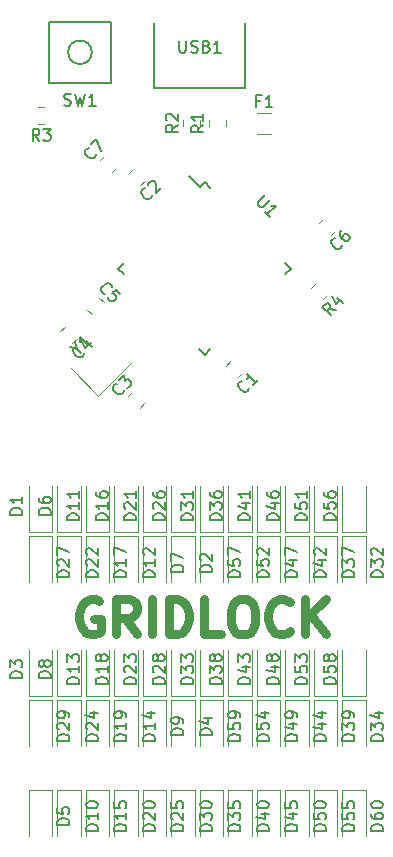
<source format=gbr>
G04 #@! TF.GenerationSoftware,KiCad,Pcbnew,(5.1.5)-3*
G04 #@! TF.CreationDate,2020-05-25T21:03:39-04:00*
G04 #@! TF.ProjectId,5-12,352d3132-2e6b-4696-9361-645f70636258,rev?*
G04 #@! TF.SameCoordinates,Original*
G04 #@! TF.FileFunction,Legend,Top*
G04 #@! TF.FilePolarity,Positive*
%FSLAX46Y46*%
G04 Gerber Fmt 4.6, Leading zero omitted, Abs format (unit mm)*
G04 Created by KiCad (PCBNEW (5.1.5)-3) date 2020-05-25 21:03:39*
%MOMM*%
%LPD*%
G04 APERTURE LIST*
%ADD10C,0.750000*%
%ADD11C,0.120000*%
%ADD12C,0.150000*%
G04 APERTURE END LIST*
D10*
X137208714Y-119531000D02*
X136923000Y-119388142D01*
X136494428Y-119388142D01*
X136065857Y-119531000D01*
X135780142Y-119816714D01*
X135637285Y-120102428D01*
X135494428Y-120673857D01*
X135494428Y-121102428D01*
X135637285Y-121673857D01*
X135780142Y-121959571D01*
X136065857Y-122245285D01*
X136494428Y-122388142D01*
X136780142Y-122388142D01*
X137208714Y-122245285D01*
X137351571Y-122102428D01*
X137351571Y-121102428D01*
X136780142Y-121102428D01*
X140351571Y-122388142D02*
X139351571Y-120959571D01*
X138637285Y-122388142D02*
X138637285Y-119388142D01*
X139780142Y-119388142D01*
X140065857Y-119531000D01*
X140208714Y-119673857D01*
X140351571Y-119959571D01*
X140351571Y-120388142D01*
X140208714Y-120673857D01*
X140065857Y-120816714D01*
X139780142Y-120959571D01*
X138637285Y-120959571D01*
X141637285Y-122388142D02*
X141637285Y-119388142D01*
X143065857Y-122388142D02*
X143065857Y-119388142D01*
X143780142Y-119388142D01*
X144208714Y-119531000D01*
X144494428Y-119816714D01*
X144637285Y-120102428D01*
X144780142Y-120673857D01*
X144780142Y-121102428D01*
X144637285Y-121673857D01*
X144494428Y-121959571D01*
X144208714Y-122245285D01*
X143780142Y-122388142D01*
X143065857Y-122388142D01*
X147494428Y-122388142D02*
X146065857Y-122388142D01*
X146065857Y-119388142D01*
X149065857Y-119388142D02*
X149637285Y-119388142D01*
X149923000Y-119531000D01*
X150208714Y-119816714D01*
X150351571Y-120388142D01*
X150351571Y-121388142D01*
X150208714Y-121959571D01*
X149923000Y-122245285D01*
X149637285Y-122388142D01*
X149065857Y-122388142D01*
X148780142Y-122245285D01*
X148494428Y-121959571D01*
X148351571Y-121388142D01*
X148351571Y-120388142D01*
X148494428Y-119816714D01*
X148780142Y-119531000D01*
X149065857Y-119388142D01*
X153351571Y-122102428D02*
X153208714Y-122245285D01*
X152780142Y-122388142D01*
X152494428Y-122388142D01*
X152065857Y-122245285D01*
X151780142Y-121959571D01*
X151637285Y-121673857D01*
X151494428Y-121102428D01*
X151494428Y-120673857D01*
X151637285Y-120102428D01*
X151780142Y-119816714D01*
X152065857Y-119531000D01*
X152494428Y-119388142D01*
X152780142Y-119388142D01*
X153208714Y-119531000D01*
X153351571Y-119673857D01*
X154637285Y-122388142D02*
X154637285Y-119388142D01*
X156351571Y-122388142D02*
X155065857Y-120673857D01*
X156351571Y-119388142D02*
X154637285Y-121102428D01*
D11*
X137123513Y-102187940D02*
X139951940Y-99359513D01*
X134790060Y-99854487D02*
X137123513Y-102187940D01*
D12*
X149556250Y-70643750D02*
X149556250Y-76093750D01*
X141856250Y-70643750D02*
X141856250Y-76093750D01*
X149556250Y-76093750D02*
X141856250Y-76093750D01*
X145706914Y-84496281D02*
X144805352Y-83594720D01*
X153432055Y-91408250D02*
X152954758Y-90930953D01*
X146113500Y-98726805D02*
X145636203Y-98249508D01*
X138794945Y-91408250D02*
X139272242Y-91885547D01*
X146113500Y-84089695D02*
X146590797Y-84566992D01*
X138794945Y-91408250D02*
X139272242Y-90930953D01*
X146113500Y-98726805D02*
X146590797Y-98249508D01*
X153432055Y-91408250D02*
X152954758Y-91885547D01*
X146113500Y-84089695D02*
X145706914Y-84496281D01*
X132961000Y-70497000D02*
X138161000Y-70497000D01*
X138161000Y-70497000D02*
X138161000Y-75697000D01*
X138161000Y-75697000D02*
X132961000Y-75697000D01*
X132961000Y-75697000D02*
X132961000Y-70497000D01*
X136561000Y-73097000D02*
G75*
G03X136561000Y-73097000I-1000000J0D01*
G01*
D11*
X155509796Y-92660112D02*
X155144112Y-93025796D01*
X156513888Y-93664204D02*
X156148204Y-94029888D01*
X132544078Y-77776000D02*
X132026922Y-77776000D01*
X132544078Y-79196000D02*
X132026922Y-79196000D01*
X145744000Y-79331078D02*
X145744000Y-78813922D01*
X144324000Y-79331078D02*
X144324000Y-78813922D01*
X147903000Y-79379578D02*
X147903000Y-78862422D01*
X146483000Y-79379578D02*
X146483000Y-78862422D01*
X150527936Y-80031000D02*
X151732064Y-80031000D01*
X150527936Y-78211000D02*
X151732064Y-78211000D01*
X159750000Y-135546000D02*
X159750000Y-139446000D01*
X157750000Y-135546000D02*
X157750000Y-139446000D01*
X159750000Y-135546000D02*
X157750000Y-135546000D01*
X147685000Y-127924000D02*
X147685000Y-131824000D01*
X145685000Y-127924000D02*
X145685000Y-131824000D01*
X147685000Y-127924000D02*
X145685000Y-127924000D01*
X157750000Y-127600000D02*
X157750000Y-123700000D01*
X159750000Y-127600000D02*
X159750000Y-123700000D01*
X157750000Y-127600000D02*
X159750000Y-127600000D01*
X147685000Y-114082000D02*
X147685000Y-117982000D01*
X145685000Y-114082000D02*
X145685000Y-117982000D01*
X147685000Y-114082000D02*
X145685000Y-114082000D01*
X157750000Y-113757000D02*
X157750000Y-109857000D01*
X159750000Y-113757000D02*
X159750000Y-109857000D01*
X157750000Y-113757000D02*
X159750000Y-113757000D01*
X157337000Y-135546000D02*
X157337000Y-139446000D01*
X155337000Y-135546000D02*
X155337000Y-139446000D01*
X157337000Y-135546000D02*
X155337000Y-135546000D01*
X150098000Y-127924000D02*
X150098000Y-131824000D01*
X148098000Y-127924000D02*
X148098000Y-131824000D01*
X150098000Y-127924000D02*
X148098000Y-127924000D01*
X155337000Y-127600000D02*
X155337000Y-123700000D01*
X157337000Y-127600000D02*
X157337000Y-123700000D01*
X155337000Y-127600000D02*
X157337000Y-127600000D01*
X150098000Y-114082000D02*
X150098000Y-117982000D01*
X148098000Y-114082000D02*
X148098000Y-117982000D01*
X150098000Y-114082000D02*
X148098000Y-114082000D01*
X155337000Y-113757000D02*
X155337000Y-109857000D01*
X157337000Y-113757000D02*
X157337000Y-109857000D01*
X155337000Y-113757000D02*
X157337000Y-113757000D01*
X154924000Y-135546000D02*
X154924000Y-139446000D01*
X152924000Y-135546000D02*
X152924000Y-139446000D01*
X154924000Y-135546000D02*
X152924000Y-135546000D01*
X152511000Y-127924000D02*
X152511000Y-131824000D01*
X150511000Y-127924000D02*
X150511000Y-131824000D01*
X152511000Y-127924000D02*
X150511000Y-127924000D01*
X152924000Y-127600000D02*
X152924000Y-123700000D01*
X154924000Y-127600000D02*
X154924000Y-123700000D01*
X152924000Y-127600000D02*
X154924000Y-127600000D01*
X152511000Y-114082000D02*
X152511000Y-117982000D01*
X150511000Y-114082000D02*
X150511000Y-117982000D01*
X152511000Y-114082000D02*
X150511000Y-114082000D01*
X152924000Y-113757000D02*
X152924000Y-109857000D01*
X154924000Y-113757000D02*
X154924000Y-109857000D01*
X152924000Y-113757000D02*
X154924000Y-113757000D01*
X152511000Y-135544000D02*
X152511000Y-139444000D01*
X150511000Y-135544000D02*
X150511000Y-139444000D01*
X152511000Y-135544000D02*
X150511000Y-135544000D01*
X154924000Y-127924000D02*
X154924000Y-131824000D01*
X152924000Y-127924000D02*
X152924000Y-131824000D01*
X154924000Y-127924000D02*
X152924000Y-127924000D01*
X150511000Y-127600000D02*
X150511000Y-123700000D01*
X152511000Y-127600000D02*
X152511000Y-123700000D01*
X150511000Y-127600000D02*
X152511000Y-127600000D01*
X154924000Y-114083000D02*
X154924000Y-117983000D01*
X152924000Y-114083000D02*
X152924000Y-117983000D01*
X154924000Y-114083000D02*
X152924000Y-114083000D01*
X150511000Y-113757000D02*
X150511000Y-109857000D01*
X152511000Y-113757000D02*
X152511000Y-109857000D01*
X150511000Y-113757000D02*
X152511000Y-113757000D01*
X150098000Y-135544000D02*
X150098000Y-139444000D01*
X148098000Y-135544000D02*
X148098000Y-139444000D01*
X150098000Y-135544000D02*
X148098000Y-135544000D01*
X157337000Y-127924000D02*
X157337000Y-131824000D01*
X155337000Y-127924000D02*
X155337000Y-131824000D01*
X157337000Y-127924000D02*
X155337000Y-127924000D01*
X148098000Y-127600000D02*
X148098000Y-123700000D01*
X150098000Y-127600000D02*
X150098000Y-123700000D01*
X148098000Y-127600000D02*
X150098000Y-127600000D01*
X157337000Y-114082000D02*
X157337000Y-117982000D01*
X155337000Y-114082000D02*
X155337000Y-117982000D01*
X157337000Y-114082000D02*
X155337000Y-114082000D01*
X148098000Y-113756000D02*
X148098000Y-109856000D01*
X150098000Y-113756000D02*
X150098000Y-109856000D01*
X148098000Y-113756000D02*
X150098000Y-113756000D01*
X147685000Y-135544000D02*
X147685000Y-139444000D01*
X145685000Y-135544000D02*
X145685000Y-139444000D01*
X147685000Y-135544000D02*
X145685000Y-135544000D01*
X159750000Y-127924000D02*
X159750000Y-131824000D01*
X157750000Y-127924000D02*
X157750000Y-131824000D01*
X159750000Y-127924000D02*
X157750000Y-127924000D01*
X145685000Y-127600000D02*
X145685000Y-123700000D01*
X147685000Y-127600000D02*
X147685000Y-123700000D01*
X145685000Y-127600000D02*
X147685000Y-127600000D01*
X159750000Y-114083000D02*
X159750000Y-117983000D01*
X157750000Y-114083000D02*
X157750000Y-117983000D01*
X159750000Y-114083000D02*
X157750000Y-114083000D01*
X145685000Y-113757000D02*
X145685000Y-109857000D01*
X147685000Y-113757000D02*
X147685000Y-109857000D01*
X145685000Y-113757000D02*
X147685000Y-113757000D01*
X145272000Y-135546000D02*
X145272000Y-139446000D01*
X143272000Y-135546000D02*
X143272000Y-139446000D01*
X145272000Y-135546000D02*
X143272000Y-135546000D01*
X133207000Y-127926000D02*
X133207000Y-131826000D01*
X131207000Y-127926000D02*
X131207000Y-131826000D01*
X133207000Y-127926000D02*
X131207000Y-127926000D01*
X143272000Y-127600000D02*
X143272000Y-123700000D01*
X145272000Y-127600000D02*
X145272000Y-123700000D01*
X143272000Y-127600000D02*
X145272000Y-127600000D01*
X133207000Y-114082000D02*
X133207000Y-117982000D01*
X131207000Y-114082000D02*
X131207000Y-117982000D01*
X133207000Y-114082000D02*
X131207000Y-114082000D01*
X143272000Y-113757000D02*
X143272000Y-109857000D01*
X145272000Y-113757000D02*
X145272000Y-109857000D01*
X143272000Y-113757000D02*
X145272000Y-113757000D01*
X142859000Y-135544000D02*
X142859000Y-139444000D01*
X140859000Y-135544000D02*
X140859000Y-139444000D01*
X142859000Y-135544000D02*
X140859000Y-135544000D01*
X135620000Y-127926000D02*
X135620000Y-131826000D01*
X133620000Y-127926000D02*
X133620000Y-131826000D01*
X135620000Y-127926000D02*
X133620000Y-127926000D01*
X140859000Y-127600000D02*
X140859000Y-123700000D01*
X142859000Y-127600000D02*
X142859000Y-123700000D01*
X140859000Y-127600000D02*
X142859000Y-127600000D01*
X135620000Y-114082000D02*
X135620000Y-117982000D01*
X133620000Y-114082000D02*
X133620000Y-117982000D01*
X135620000Y-114082000D02*
X133620000Y-114082000D01*
X140859000Y-113757000D02*
X140859000Y-109857000D01*
X142859000Y-113757000D02*
X142859000Y-109857000D01*
X140859000Y-113757000D02*
X142859000Y-113757000D01*
X140446000Y-135544000D02*
X140446000Y-139444000D01*
X138446000Y-135544000D02*
X138446000Y-139444000D01*
X140446000Y-135544000D02*
X138446000Y-135544000D01*
X138033000Y-127926000D02*
X138033000Y-131826000D01*
X136033000Y-127926000D02*
X136033000Y-131826000D01*
X138033000Y-127926000D02*
X136033000Y-127926000D01*
X138446000Y-127600000D02*
X138446000Y-123700000D01*
X140446000Y-127600000D02*
X140446000Y-123700000D01*
X138446000Y-127600000D02*
X140446000Y-127600000D01*
X138033000Y-114082000D02*
X138033000Y-117982000D01*
X136033000Y-114082000D02*
X136033000Y-117982000D01*
X138033000Y-114082000D02*
X136033000Y-114082000D01*
X138446000Y-113757000D02*
X138446000Y-109857000D01*
X140446000Y-113757000D02*
X140446000Y-109857000D01*
X138446000Y-113757000D02*
X140446000Y-113757000D01*
X138033000Y-135544000D02*
X138033000Y-139444000D01*
X136033000Y-135544000D02*
X136033000Y-139444000D01*
X138033000Y-135544000D02*
X136033000Y-135544000D01*
X140446000Y-127926000D02*
X140446000Y-131826000D01*
X138446000Y-127926000D02*
X138446000Y-131826000D01*
X140446000Y-127926000D02*
X138446000Y-127926000D01*
X136033000Y-127600000D02*
X136033000Y-123700000D01*
X138033000Y-127600000D02*
X138033000Y-123700000D01*
X136033000Y-127600000D02*
X138033000Y-127600000D01*
X140446000Y-114082000D02*
X140446000Y-117982000D01*
X138446000Y-114082000D02*
X138446000Y-117982000D01*
X140446000Y-114082000D02*
X138446000Y-114082000D01*
X136033000Y-113757000D02*
X136033000Y-109857000D01*
X138033000Y-113757000D02*
X138033000Y-109857000D01*
X136033000Y-113757000D02*
X138033000Y-113757000D01*
X135620000Y-135544000D02*
X135620000Y-139444000D01*
X133620000Y-135544000D02*
X133620000Y-139444000D01*
X135620000Y-135544000D02*
X133620000Y-135544000D01*
X142859000Y-127926000D02*
X142859000Y-131826000D01*
X140859000Y-127926000D02*
X140859000Y-131826000D01*
X142859000Y-127926000D02*
X140859000Y-127926000D01*
X133620000Y-127600000D02*
X133620000Y-123700000D01*
X135620000Y-127600000D02*
X135620000Y-123700000D01*
X133620000Y-127600000D02*
X135620000Y-127600000D01*
X142859000Y-114082000D02*
X142859000Y-117982000D01*
X140859000Y-114082000D02*
X140859000Y-117982000D01*
X142859000Y-114082000D02*
X140859000Y-114082000D01*
X133620000Y-113757000D02*
X133620000Y-109857000D01*
X135620000Y-113757000D02*
X135620000Y-109857000D01*
X133620000Y-113757000D02*
X135620000Y-113757000D01*
X133207000Y-135544000D02*
X133207000Y-139444000D01*
X131207000Y-135544000D02*
X131207000Y-139444000D01*
X133207000Y-135544000D02*
X131207000Y-135544000D01*
X145272000Y-127924000D02*
X145272000Y-131824000D01*
X143272000Y-127924000D02*
X143272000Y-131824000D01*
X145272000Y-127924000D02*
X143272000Y-127924000D01*
X131207000Y-127600000D02*
X131207000Y-123700000D01*
X133207000Y-127600000D02*
X133207000Y-123700000D01*
X131207000Y-127600000D02*
X133207000Y-127600000D01*
X145272000Y-114083000D02*
X145272000Y-117983000D01*
X143272000Y-114083000D02*
X143272000Y-117983000D01*
X145272000Y-114083000D02*
X143272000Y-114083000D01*
X131207000Y-113757000D02*
X131207000Y-109857000D01*
X133207000Y-113757000D02*
X133207000Y-109857000D01*
X131207000Y-113757000D02*
X133207000Y-113757000D01*
X138241204Y-83234888D02*
X138606888Y-82869204D01*
X137237112Y-82230796D02*
X137602796Y-81865112D01*
X156144796Y-87199112D02*
X155779112Y-87564796D01*
X157148888Y-88203204D02*
X156783204Y-88568888D01*
X136193199Y-94906291D02*
X136558883Y-95271975D01*
X137197291Y-93902199D02*
X137562975Y-94267883D01*
X134272883Y-96371025D02*
X133907199Y-96736709D01*
X135276975Y-97375117D02*
X134911291Y-97740801D01*
X140626291Y-103201801D02*
X140991975Y-102836117D01*
X139622199Y-102197709D02*
X139987883Y-101832025D01*
X140043709Y-82980199D02*
X139678025Y-83345883D01*
X141047801Y-83984291D02*
X140682117Y-84349975D01*
X149274888Y-100268204D02*
X148909204Y-100633888D01*
X148270796Y-99264112D02*
X147905112Y-99629796D01*
D12*
X135285034Y-98194469D02*
X135621752Y-98531187D01*
X134678943Y-98059782D02*
X135285034Y-98194469D01*
X135150347Y-97588378D01*
X136463545Y-97689393D02*
X136059484Y-98093454D01*
X136261515Y-97891423D02*
X135554408Y-97184317D01*
X135588080Y-97352675D01*
X135588080Y-97487362D01*
X135554408Y-97588378D01*
X143968154Y-72128130D02*
X143968154Y-72937654D01*
X144015773Y-73032892D01*
X144063392Y-73080511D01*
X144158630Y-73128130D01*
X144349107Y-73128130D01*
X144444345Y-73080511D01*
X144491964Y-73032892D01*
X144539583Y-72937654D01*
X144539583Y-72128130D01*
X144968154Y-73080511D02*
X145111011Y-73128130D01*
X145349107Y-73128130D01*
X145444345Y-73080511D01*
X145491964Y-73032892D01*
X145539583Y-72937654D01*
X145539583Y-72842416D01*
X145491964Y-72747178D01*
X145444345Y-72699559D01*
X145349107Y-72651940D01*
X145158630Y-72604321D01*
X145063392Y-72556702D01*
X145015773Y-72509083D01*
X144968154Y-72413845D01*
X144968154Y-72318607D01*
X145015773Y-72223369D01*
X145063392Y-72175750D01*
X145158630Y-72128130D01*
X145396726Y-72128130D01*
X145539583Y-72175750D01*
X146301488Y-72604321D02*
X146444345Y-72651940D01*
X146491964Y-72699559D01*
X146539583Y-72794797D01*
X146539583Y-72937654D01*
X146491964Y-73032892D01*
X146444345Y-73080511D01*
X146349107Y-73128130D01*
X145968154Y-73128130D01*
X145968154Y-72128130D01*
X146301488Y-72128130D01*
X146396726Y-72175750D01*
X146444345Y-72223369D01*
X146491964Y-72318607D01*
X146491964Y-72413845D01*
X146444345Y-72509083D01*
X146396726Y-72556702D01*
X146301488Y-72604321D01*
X145968154Y-72604321D01*
X147491964Y-73128130D02*
X146920535Y-73128130D01*
X147206250Y-73128130D02*
X147206250Y-72128130D01*
X147111011Y-72270988D01*
X147015773Y-72366226D01*
X146920535Y-72413845D01*
X151229923Y-85214330D02*
X150657503Y-85786750D01*
X150623831Y-85887765D01*
X150623831Y-85955109D01*
X150657503Y-86056124D01*
X150792190Y-86190811D01*
X150893205Y-86224483D01*
X150960549Y-86224483D01*
X151061564Y-86190811D01*
X151633984Y-85618391D01*
X151633984Y-87032605D02*
X151229923Y-86628544D01*
X151431953Y-86830574D02*
X152139060Y-86123468D01*
X151970701Y-86157139D01*
X151836014Y-86157139D01*
X151734999Y-86123468D01*
X134227666Y-77565761D02*
X134370523Y-77613380D01*
X134608619Y-77613380D01*
X134703857Y-77565761D01*
X134751476Y-77518142D01*
X134799095Y-77422904D01*
X134799095Y-77327666D01*
X134751476Y-77232428D01*
X134703857Y-77184809D01*
X134608619Y-77137190D01*
X134418142Y-77089571D01*
X134322904Y-77041952D01*
X134275285Y-76994333D01*
X134227666Y-76899095D01*
X134227666Y-76803857D01*
X134275285Y-76708619D01*
X134322904Y-76661000D01*
X134418142Y-76613380D01*
X134656238Y-76613380D01*
X134799095Y-76661000D01*
X135132428Y-76613380D02*
X135370523Y-77613380D01*
X135561000Y-76899095D01*
X135751476Y-77613380D01*
X135989571Y-76613380D01*
X136894333Y-77613380D02*
X136322904Y-77613380D01*
X136608619Y-77613380D02*
X136608619Y-76613380D01*
X136513380Y-76756238D01*
X136418142Y-76851476D01*
X136322904Y-76899095D01*
X157197756Y-94949458D02*
X156625336Y-94848443D01*
X156793695Y-95353519D02*
X156086588Y-94646413D01*
X156355962Y-94377038D01*
X156456977Y-94343367D01*
X156524321Y-94343367D01*
X156625336Y-94377038D01*
X156726351Y-94478054D01*
X156760023Y-94579069D01*
X156760023Y-94646413D01*
X156726351Y-94747428D01*
X156456977Y-95016802D01*
X157332443Y-93871962D02*
X157803848Y-94343367D01*
X156894710Y-93770947D02*
X157231428Y-94444382D01*
X157669161Y-94006649D01*
X132118833Y-80588380D02*
X131785500Y-80112190D01*
X131547404Y-80588380D02*
X131547404Y-79588380D01*
X131928357Y-79588380D01*
X132023595Y-79636000D01*
X132071214Y-79683619D01*
X132118833Y-79778857D01*
X132118833Y-79921714D01*
X132071214Y-80016952D01*
X132023595Y-80064571D01*
X131928357Y-80112190D01*
X131547404Y-80112190D01*
X132452166Y-79588380D02*
X133071214Y-79588380D01*
X132737880Y-79969333D01*
X132880738Y-79969333D01*
X132975976Y-80016952D01*
X133023595Y-80064571D01*
X133071214Y-80159809D01*
X133071214Y-80397904D01*
X133023595Y-80493142D01*
X132975976Y-80540761D01*
X132880738Y-80588380D01*
X132595023Y-80588380D01*
X132499785Y-80540761D01*
X132452166Y-80493142D01*
X143836380Y-79239166D02*
X143360190Y-79572500D01*
X143836380Y-79810595D02*
X142836380Y-79810595D01*
X142836380Y-79429642D01*
X142884000Y-79334404D01*
X142931619Y-79286785D01*
X143026857Y-79239166D01*
X143169714Y-79239166D01*
X143264952Y-79286785D01*
X143312571Y-79334404D01*
X143360190Y-79429642D01*
X143360190Y-79810595D01*
X142931619Y-78858214D02*
X142884000Y-78810595D01*
X142836380Y-78715357D01*
X142836380Y-78477261D01*
X142884000Y-78382023D01*
X142931619Y-78334404D01*
X143026857Y-78286785D01*
X143122095Y-78286785D01*
X143264952Y-78334404D01*
X143836380Y-78905833D01*
X143836380Y-78286785D01*
X145995380Y-79287666D02*
X145519190Y-79621000D01*
X145995380Y-79859095D02*
X144995380Y-79859095D01*
X144995380Y-79478142D01*
X145043000Y-79382904D01*
X145090619Y-79335285D01*
X145185857Y-79287666D01*
X145328714Y-79287666D01*
X145423952Y-79335285D01*
X145471571Y-79382904D01*
X145519190Y-79478142D01*
X145519190Y-79859095D01*
X145995380Y-78335285D02*
X145995380Y-78906714D01*
X145995380Y-78621000D02*
X144995380Y-78621000D01*
X145138238Y-78716238D01*
X145233476Y-78811476D01*
X145281095Y-78906714D01*
X150796666Y-77229571D02*
X150463333Y-77229571D01*
X150463333Y-77753380D02*
X150463333Y-76753380D01*
X150939523Y-76753380D01*
X151844285Y-77753380D02*
X151272857Y-77753380D01*
X151558571Y-77753380D02*
X151558571Y-76753380D01*
X151463333Y-76896238D01*
X151368095Y-76991476D01*
X151272857Y-77039095D01*
X161202380Y-139010285D02*
X160202380Y-139010285D01*
X160202380Y-138772190D01*
X160250000Y-138629333D01*
X160345238Y-138534095D01*
X160440476Y-138486476D01*
X160630952Y-138438857D01*
X160773809Y-138438857D01*
X160964285Y-138486476D01*
X161059523Y-138534095D01*
X161154761Y-138629333D01*
X161202380Y-138772190D01*
X161202380Y-139010285D01*
X160202380Y-137581714D02*
X160202380Y-137772190D01*
X160250000Y-137867428D01*
X160297619Y-137915047D01*
X160440476Y-138010285D01*
X160630952Y-138057904D01*
X161011904Y-138057904D01*
X161107142Y-138010285D01*
X161154761Y-137962666D01*
X161202380Y-137867428D01*
X161202380Y-137676952D01*
X161154761Y-137581714D01*
X161107142Y-137534095D01*
X161011904Y-137486476D01*
X160773809Y-137486476D01*
X160678571Y-137534095D01*
X160630952Y-137581714D01*
X160583333Y-137676952D01*
X160583333Y-137867428D01*
X160630952Y-137962666D01*
X160678571Y-138010285D01*
X160773809Y-138057904D01*
X160202380Y-136867428D02*
X160202380Y-136772190D01*
X160250000Y-136676952D01*
X160297619Y-136629333D01*
X160392857Y-136581714D01*
X160583333Y-136534095D01*
X160821428Y-136534095D01*
X161011904Y-136581714D01*
X161107142Y-136629333D01*
X161154761Y-136676952D01*
X161202380Y-136772190D01*
X161202380Y-136867428D01*
X161154761Y-136962666D01*
X161107142Y-137010285D01*
X161011904Y-137057904D01*
X160821428Y-137105523D01*
X160583333Y-137105523D01*
X160392857Y-137057904D01*
X160297619Y-137010285D01*
X160250000Y-136962666D01*
X160202380Y-136867428D01*
X149137380Y-131388285D02*
X148137380Y-131388285D01*
X148137380Y-131150190D01*
X148185000Y-131007333D01*
X148280238Y-130912095D01*
X148375476Y-130864476D01*
X148565952Y-130816857D01*
X148708809Y-130816857D01*
X148899285Y-130864476D01*
X148994523Y-130912095D01*
X149089761Y-131007333D01*
X149137380Y-131150190D01*
X149137380Y-131388285D01*
X148137380Y-129912095D02*
X148137380Y-130388285D01*
X148613571Y-130435904D01*
X148565952Y-130388285D01*
X148518333Y-130293047D01*
X148518333Y-130054952D01*
X148565952Y-129959714D01*
X148613571Y-129912095D01*
X148708809Y-129864476D01*
X148946904Y-129864476D01*
X149042142Y-129912095D01*
X149089761Y-129959714D01*
X149137380Y-130054952D01*
X149137380Y-130293047D01*
X149089761Y-130388285D01*
X149042142Y-130435904D01*
X149137380Y-129388285D02*
X149137380Y-129197809D01*
X149089761Y-129102571D01*
X149042142Y-129054952D01*
X148899285Y-128959714D01*
X148708809Y-128912095D01*
X148327857Y-128912095D01*
X148232619Y-128959714D01*
X148185000Y-129007333D01*
X148137380Y-129102571D01*
X148137380Y-129293047D01*
X148185000Y-129388285D01*
X148232619Y-129435904D01*
X148327857Y-129483523D01*
X148565952Y-129483523D01*
X148661190Y-129435904D01*
X148708809Y-129388285D01*
X148756428Y-129293047D01*
X148756428Y-129102571D01*
X148708809Y-129007333D01*
X148661190Y-128959714D01*
X148565952Y-128912095D01*
X157202380Y-126564285D02*
X156202380Y-126564285D01*
X156202380Y-126326190D01*
X156250000Y-126183333D01*
X156345238Y-126088095D01*
X156440476Y-126040476D01*
X156630952Y-125992857D01*
X156773809Y-125992857D01*
X156964285Y-126040476D01*
X157059523Y-126088095D01*
X157154761Y-126183333D01*
X157202380Y-126326190D01*
X157202380Y-126564285D01*
X156202380Y-125088095D02*
X156202380Y-125564285D01*
X156678571Y-125611904D01*
X156630952Y-125564285D01*
X156583333Y-125469047D01*
X156583333Y-125230952D01*
X156630952Y-125135714D01*
X156678571Y-125088095D01*
X156773809Y-125040476D01*
X157011904Y-125040476D01*
X157107142Y-125088095D01*
X157154761Y-125135714D01*
X157202380Y-125230952D01*
X157202380Y-125469047D01*
X157154761Y-125564285D01*
X157107142Y-125611904D01*
X156630952Y-124469047D02*
X156583333Y-124564285D01*
X156535714Y-124611904D01*
X156440476Y-124659523D01*
X156392857Y-124659523D01*
X156297619Y-124611904D01*
X156250000Y-124564285D01*
X156202380Y-124469047D01*
X156202380Y-124278571D01*
X156250000Y-124183333D01*
X156297619Y-124135714D01*
X156392857Y-124088095D01*
X156440476Y-124088095D01*
X156535714Y-124135714D01*
X156583333Y-124183333D01*
X156630952Y-124278571D01*
X156630952Y-124469047D01*
X156678571Y-124564285D01*
X156726190Y-124611904D01*
X156821428Y-124659523D01*
X157011904Y-124659523D01*
X157107142Y-124611904D01*
X157154761Y-124564285D01*
X157202380Y-124469047D01*
X157202380Y-124278571D01*
X157154761Y-124183333D01*
X157107142Y-124135714D01*
X157011904Y-124088095D01*
X156821428Y-124088095D01*
X156726190Y-124135714D01*
X156678571Y-124183333D01*
X156630952Y-124278571D01*
X149137380Y-117546285D02*
X148137380Y-117546285D01*
X148137380Y-117308190D01*
X148185000Y-117165333D01*
X148280238Y-117070095D01*
X148375476Y-117022476D01*
X148565952Y-116974857D01*
X148708809Y-116974857D01*
X148899285Y-117022476D01*
X148994523Y-117070095D01*
X149089761Y-117165333D01*
X149137380Y-117308190D01*
X149137380Y-117546285D01*
X148137380Y-116070095D02*
X148137380Y-116546285D01*
X148613571Y-116593904D01*
X148565952Y-116546285D01*
X148518333Y-116451047D01*
X148518333Y-116212952D01*
X148565952Y-116117714D01*
X148613571Y-116070095D01*
X148708809Y-116022476D01*
X148946904Y-116022476D01*
X149042142Y-116070095D01*
X149089761Y-116117714D01*
X149137380Y-116212952D01*
X149137380Y-116451047D01*
X149089761Y-116546285D01*
X149042142Y-116593904D01*
X148137380Y-115689142D02*
X148137380Y-115022476D01*
X149137380Y-115451047D01*
X157202380Y-112721285D02*
X156202380Y-112721285D01*
X156202380Y-112483190D01*
X156250000Y-112340333D01*
X156345238Y-112245095D01*
X156440476Y-112197476D01*
X156630952Y-112149857D01*
X156773809Y-112149857D01*
X156964285Y-112197476D01*
X157059523Y-112245095D01*
X157154761Y-112340333D01*
X157202380Y-112483190D01*
X157202380Y-112721285D01*
X156202380Y-111245095D02*
X156202380Y-111721285D01*
X156678571Y-111768904D01*
X156630952Y-111721285D01*
X156583333Y-111626047D01*
X156583333Y-111387952D01*
X156630952Y-111292714D01*
X156678571Y-111245095D01*
X156773809Y-111197476D01*
X157011904Y-111197476D01*
X157107142Y-111245095D01*
X157154761Y-111292714D01*
X157202380Y-111387952D01*
X157202380Y-111626047D01*
X157154761Y-111721285D01*
X157107142Y-111768904D01*
X156202380Y-110340333D02*
X156202380Y-110530809D01*
X156250000Y-110626047D01*
X156297619Y-110673666D01*
X156440476Y-110768904D01*
X156630952Y-110816523D01*
X157011904Y-110816523D01*
X157107142Y-110768904D01*
X157154761Y-110721285D01*
X157202380Y-110626047D01*
X157202380Y-110435571D01*
X157154761Y-110340333D01*
X157107142Y-110292714D01*
X157011904Y-110245095D01*
X156773809Y-110245095D01*
X156678571Y-110292714D01*
X156630952Y-110340333D01*
X156583333Y-110435571D01*
X156583333Y-110626047D01*
X156630952Y-110721285D01*
X156678571Y-110768904D01*
X156773809Y-110816523D01*
X158789380Y-139010285D02*
X157789380Y-139010285D01*
X157789380Y-138772190D01*
X157837000Y-138629333D01*
X157932238Y-138534095D01*
X158027476Y-138486476D01*
X158217952Y-138438857D01*
X158360809Y-138438857D01*
X158551285Y-138486476D01*
X158646523Y-138534095D01*
X158741761Y-138629333D01*
X158789380Y-138772190D01*
X158789380Y-139010285D01*
X157789380Y-137534095D02*
X157789380Y-138010285D01*
X158265571Y-138057904D01*
X158217952Y-138010285D01*
X158170333Y-137915047D01*
X158170333Y-137676952D01*
X158217952Y-137581714D01*
X158265571Y-137534095D01*
X158360809Y-137486476D01*
X158598904Y-137486476D01*
X158694142Y-137534095D01*
X158741761Y-137581714D01*
X158789380Y-137676952D01*
X158789380Y-137915047D01*
X158741761Y-138010285D01*
X158694142Y-138057904D01*
X157789380Y-136581714D02*
X157789380Y-137057904D01*
X158265571Y-137105523D01*
X158217952Y-137057904D01*
X158170333Y-136962666D01*
X158170333Y-136724571D01*
X158217952Y-136629333D01*
X158265571Y-136581714D01*
X158360809Y-136534095D01*
X158598904Y-136534095D01*
X158694142Y-136581714D01*
X158741761Y-136629333D01*
X158789380Y-136724571D01*
X158789380Y-136962666D01*
X158741761Y-137057904D01*
X158694142Y-137105523D01*
X151550380Y-131388285D02*
X150550380Y-131388285D01*
X150550380Y-131150190D01*
X150598000Y-131007333D01*
X150693238Y-130912095D01*
X150788476Y-130864476D01*
X150978952Y-130816857D01*
X151121809Y-130816857D01*
X151312285Y-130864476D01*
X151407523Y-130912095D01*
X151502761Y-131007333D01*
X151550380Y-131150190D01*
X151550380Y-131388285D01*
X150550380Y-129912095D02*
X150550380Y-130388285D01*
X151026571Y-130435904D01*
X150978952Y-130388285D01*
X150931333Y-130293047D01*
X150931333Y-130054952D01*
X150978952Y-129959714D01*
X151026571Y-129912095D01*
X151121809Y-129864476D01*
X151359904Y-129864476D01*
X151455142Y-129912095D01*
X151502761Y-129959714D01*
X151550380Y-130054952D01*
X151550380Y-130293047D01*
X151502761Y-130388285D01*
X151455142Y-130435904D01*
X150883714Y-129007333D02*
X151550380Y-129007333D01*
X150502761Y-129245428D02*
X151217047Y-129483523D01*
X151217047Y-128864476D01*
X154789380Y-126564285D02*
X153789380Y-126564285D01*
X153789380Y-126326190D01*
X153837000Y-126183333D01*
X153932238Y-126088095D01*
X154027476Y-126040476D01*
X154217952Y-125992857D01*
X154360809Y-125992857D01*
X154551285Y-126040476D01*
X154646523Y-126088095D01*
X154741761Y-126183333D01*
X154789380Y-126326190D01*
X154789380Y-126564285D01*
X153789380Y-125088095D02*
X153789380Y-125564285D01*
X154265571Y-125611904D01*
X154217952Y-125564285D01*
X154170333Y-125469047D01*
X154170333Y-125230952D01*
X154217952Y-125135714D01*
X154265571Y-125088095D01*
X154360809Y-125040476D01*
X154598904Y-125040476D01*
X154694142Y-125088095D01*
X154741761Y-125135714D01*
X154789380Y-125230952D01*
X154789380Y-125469047D01*
X154741761Y-125564285D01*
X154694142Y-125611904D01*
X153789380Y-124707142D02*
X153789380Y-124088095D01*
X154170333Y-124421428D01*
X154170333Y-124278571D01*
X154217952Y-124183333D01*
X154265571Y-124135714D01*
X154360809Y-124088095D01*
X154598904Y-124088095D01*
X154694142Y-124135714D01*
X154741761Y-124183333D01*
X154789380Y-124278571D01*
X154789380Y-124564285D01*
X154741761Y-124659523D01*
X154694142Y-124707142D01*
X151550380Y-117546285D02*
X150550380Y-117546285D01*
X150550380Y-117308190D01*
X150598000Y-117165333D01*
X150693238Y-117070095D01*
X150788476Y-117022476D01*
X150978952Y-116974857D01*
X151121809Y-116974857D01*
X151312285Y-117022476D01*
X151407523Y-117070095D01*
X151502761Y-117165333D01*
X151550380Y-117308190D01*
X151550380Y-117546285D01*
X150550380Y-116070095D02*
X150550380Y-116546285D01*
X151026571Y-116593904D01*
X150978952Y-116546285D01*
X150931333Y-116451047D01*
X150931333Y-116212952D01*
X150978952Y-116117714D01*
X151026571Y-116070095D01*
X151121809Y-116022476D01*
X151359904Y-116022476D01*
X151455142Y-116070095D01*
X151502761Y-116117714D01*
X151550380Y-116212952D01*
X151550380Y-116451047D01*
X151502761Y-116546285D01*
X151455142Y-116593904D01*
X150645619Y-115641523D02*
X150598000Y-115593904D01*
X150550380Y-115498666D01*
X150550380Y-115260571D01*
X150598000Y-115165333D01*
X150645619Y-115117714D01*
X150740857Y-115070095D01*
X150836095Y-115070095D01*
X150978952Y-115117714D01*
X151550380Y-115689142D01*
X151550380Y-115070095D01*
X154789380Y-112721285D02*
X153789380Y-112721285D01*
X153789380Y-112483190D01*
X153837000Y-112340333D01*
X153932238Y-112245095D01*
X154027476Y-112197476D01*
X154217952Y-112149857D01*
X154360809Y-112149857D01*
X154551285Y-112197476D01*
X154646523Y-112245095D01*
X154741761Y-112340333D01*
X154789380Y-112483190D01*
X154789380Y-112721285D01*
X153789380Y-111245095D02*
X153789380Y-111721285D01*
X154265571Y-111768904D01*
X154217952Y-111721285D01*
X154170333Y-111626047D01*
X154170333Y-111387952D01*
X154217952Y-111292714D01*
X154265571Y-111245095D01*
X154360809Y-111197476D01*
X154598904Y-111197476D01*
X154694142Y-111245095D01*
X154741761Y-111292714D01*
X154789380Y-111387952D01*
X154789380Y-111626047D01*
X154741761Y-111721285D01*
X154694142Y-111768904D01*
X154789380Y-110245095D02*
X154789380Y-110816523D01*
X154789380Y-110530809D02*
X153789380Y-110530809D01*
X153932238Y-110626047D01*
X154027476Y-110721285D01*
X154075095Y-110816523D01*
X156376380Y-139010285D02*
X155376380Y-139010285D01*
X155376380Y-138772190D01*
X155424000Y-138629333D01*
X155519238Y-138534095D01*
X155614476Y-138486476D01*
X155804952Y-138438857D01*
X155947809Y-138438857D01*
X156138285Y-138486476D01*
X156233523Y-138534095D01*
X156328761Y-138629333D01*
X156376380Y-138772190D01*
X156376380Y-139010285D01*
X155376380Y-137534095D02*
X155376380Y-138010285D01*
X155852571Y-138057904D01*
X155804952Y-138010285D01*
X155757333Y-137915047D01*
X155757333Y-137676952D01*
X155804952Y-137581714D01*
X155852571Y-137534095D01*
X155947809Y-137486476D01*
X156185904Y-137486476D01*
X156281142Y-137534095D01*
X156328761Y-137581714D01*
X156376380Y-137676952D01*
X156376380Y-137915047D01*
X156328761Y-138010285D01*
X156281142Y-138057904D01*
X155376380Y-136867428D02*
X155376380Y-136772190D01*
X155424000Y-136676952D01*
X155471619Y-136629333D01*
X155566857Y-136581714D01*
X155757333Y-136534095D01*
X155995428Y-136534095D01*
X156185904Y-136581714D01*
X156281142Y-136629333D01*
X156328761Y-136676952D01*
X156376380Y-136772190D01*
X156376380Y-136867428D01*
X156328761Y-136962666D01*
X156281142Y-137010285D01*
X156185904Y-137057904D01*
X155995428Y-137105523D01*
X155757333Y-137105523D01*
X155566857Y-137057904D01*
X155471619Y-137010285D01*
X155424000Y-136962666D01*
X155376380Y-136867428D01*
X153963380Y-131388285D02*
X152963380Y-131388285D01*
X152963380Y-131150190D01*
X153011000Y-131007333D01*
X153106238Y-130912095D01*
X153201476Y-130864476D01*
X153391952Y-130816857D01*
X153534809Y-130816857D01*
X153725285Y-130864476D01*
X153820523Y-130912095D01*
X153915761Y-131007333D01*
X153963380Y-131150190D01*
X153963380Y-131388285D01*
X153296714Y-129959714D02*
X153963380Y-129959714D01*
X152915761Y-130197809D02*
X153630047Y-130435904D01*
X153630047Y-129816857D01*
X153963380Y-129388285D02*
X153963380Y-129197809D01*
X153915761Y-129102571D01*
X153868142Y-129054952D01*
X153725285Y-128959714D01*
X153534809Y-128912095D01*
X153153857Y-128912095D01*
X153058619Y-128959714D01*
X153011000Y-129007333D01*
X152963380Y-129102571D01*
X152963380Y-129293047D01*
X153011000Y-129388285D01*
X153058619Y-129435904D01*
X153153857Y-129483523D01*
X153391952Y-129483523D01*
X153487190Y-129435904D01*
X153534809Y-129388285D01*
X153582428Y-129293047D01*
X153582428Y-129102571D01*
X153534809Y-129007333D01*
X153487190Y-128959714D01*
X153391952Y-128912095D01*
X152376380Y-126564285D02*
X151376380Y-126564285D01*
X151376380Y-126326190D01*
X151424000Y-126183333D01*
X151519238Y-126088095D01*
X151614476Y-126040476D01*
X151804952Y-125992857D01*
X151947809Y-125992857D01*
X152138285Y-126040476D01*
X152233523Y-126088095D01*
X152328761Y-126183333D01*
X152376380Y-126326190D01*
X152376380Y-126564285D01*
X151709714Y-125135714D02*
X152376380Y-125135714D01*
X151328761Y-125373809D02*
X152043047Y-125611904D01*
X152043047Y-124992857D01*
X151804952Y-124469047D02*
X151757333Y-124564285D01*
X151709714Y-124611904D01*
X151614476Y-124659523D01*
X151566857Y-124659523D01*
X151471619Y-124611904D01*
X151424000Y-124564285D01*
X151376380Y-124469047D01*
X151376380Y-124278571D01*
X151424000Y-124183333D01*
X151471619Y-124135714D01*
X151566857Y-124088095D01*
X151614476Y-124088095D01*
X151709714Y-124135714D01*
X151757333Y-124183333D01*
X151804952Y-124278571D01*
X151804952Y-124469047D01*
X151852571Y-124564285D01*
X151900190Y-124611904D01*
X151995428Y-124659523D01*
X152185904Y-124659523D01*
X152281142Y-124611904D01*
X152328761Y-124564285D01*
X152376380Y-124469047D01*
X152376380Y-124278571D01*
X152328761Y-124183333D01*
X152281142Y-124135714D01*
X152185904Y-124088095D01*
X151995428Y-124088095D01*
X151900190Y-124135714D01*
X151852571Y-124183333D01*
X151804952Y-124278571D01*
X153963380Y-117546285D02*
X152963380Y-117546285D01*
X152963380Y-117308190D01*
X153011000Y-117165333D01*
X153106238Y-117070095D01*
X153201476Y-117022476D01*
X153391952Y-116974857D01*
X153534809Y-116974857D01*
X153725285Y-117022476D01*
X153820523Y-117070095D01*
X153915761Y-117165333D01*
X153963380Y-117308190D01*
X153963380Y-117546285D01*
X153296714Y-116117714D02*
X153963380Y-116117714D01*
X152915761Y-116355809D02*
X153630047Y-116593904D01*
X153630047Y-115974857D01*
X152963380Y-115689142D02*
X152963380Y-115022476D01*
X153963380Y-115451047D01*
X152376380Y-112721285D02*
X151376380Y-112721285D01*
X151376380Y-112483190D01*
X151424000Y-112340333D01*
X151519238Y-112245095D01*
X151614476Y-112197476D01*
X151804952Y-112149857D01*
X151947809Y-112149857D01*
X152138285Y-112197476D01*
X152233523Y-112245095D01*
X152328761Y-112340333D01*
X152376380Y-112483190D01*
X152376380Y-112721285D01*
X151709714Y-111292714D02*
X152376380Y-111292714D01*
X151328761Y-111530809D02*
X152043047Y-111768904D01*
X152043047Y-111149857D01*
X151376380Y-110340333D02*
X151376380Y-110530809D01*
X151424000Y-110626047D01*
X151471619Y-110673666D01*
X151614476Y-110768904D01*
X151804952Y-110816523D01*
X152185904Y-110816523D01*
X152281142Y-110768904D01*
X152328761Y-110721285D01*
X152376380Y-110626047D01*
X152376380Y-110435571D01*
X152328761Y-110340333D01*
X152281142Y-110292714D01*
X152185904Y-110245095D01*
X151947809Y-110245095D01*
X151852571Y-110292714D01*
X151804952Y-110340333D01*
X151757333Y-110435571D01*
X151757333Y-110626047D01*
X151804952Y-110721285D01*
X151852571Y-110768904D01*
X151947809Y-110816523D01*
X153963380Y-139008285D02*
X152963380Y-139008285D01*
X152963380Y-138770190D01*
X153011000Y-138627333D01*
X153106238Y-138532095D01*
X153201476Y-138484476D01*
X153391952Y-138436857D01*
X153534809Y-138436857D01*
X153725285Y-138484476D01*
X153820523Y-138532095D01*
X153915761Y-138627333D01*
X153963380Y-138770190D01*
X153963380Y-139008285D01*
X153296714Y-137579714D02*
X153963380Y-137579714D01*
X152915761Y-137817809D02*
X153630047Y-138055904D01*
X153630047Y-137436857D01*
X152963380Y-136579714D02*
X152963380Y-137055904D01*
X153439571Y-137103523D01*
X153391952Y-137055904D01*
X153344333Y-136960666D01*
X153344333Y-136722571D01*
X153391952Y-136627333D01*
X153439571Y-136579714D01*
X153534809Y-136532095D01*
X153772904Y-136532095D01*
X153868142Y-136579714D01*
X153915761Y-136627333D01*
X153963380Y-136722571D01*
X153963380Y-136960666D01*
X153915761Y-137055904D01*
X153868142Y-137103523D01*
X156376380Y-131388285D02*
X155376380Y-131388285D01*
X155376380Y-131150190D01*
X155424000Y-131007333D01*
X155519238Y-130912095D01*
X155614476Y-130864476D01*
X155804952Y-130816857D01*
X155947809Y-130816857D01*
X156138285Y-130864476D01*
X156233523Y-130912095D01*
X156328761Y-131007333D01*
X156376380Y-131150190D01*
X156376380Y-131388285D01*
X155709714Y-129959714D02*
X156376380Y-129959714D01*
X155328761Y-130197809D02*
X156043047Y-130435904D01*
X156043047Y-129816857D01*
X155709714Y-129007333D02*
X156376380Y-129007333D01*
X155328761Y-129245428D02*
X156043047Y-129483523D01*
X156043047Y-128864476D01*
X149963380Y-126564285D02*
X148963380Y-126564285D01*
X148963380Y-126326190D01*
X149011000Y-126183333D01*
X149106238Y-126088095D01*
X149201476Y-126040476D01*
X149391952Y-125992857D01*
X149534809Y-125992857D01*
X149725285Y-126040476D01*
X149820523Y-126088095D01*
X149915761Y-126183333D01*
X149963380Y-126326190D01*
X149963380Y-126564285D01*
X149296714Y-125135714D02*
X149963380Y-125135714D01*
X148915761Y-125373809D02*
X149630047Y-125611904D01*
X149630047Y-124992857D01*
X148963380Y-124707142D02*
X148963380Y-124088095D01*
X149344333Y-124421428D01*
X149344333Y-124278571D01*
X149391952Y-124183333D01*
X149439571Y-124135714D01*
X149534809Y-124088095D01*
X149772904Y-124088095D01*
X149868142Y-124135714D01*
X149915761Y-124183333D01*
X149963380Y-124278571D01*
X149963380Y-124564285D01*
X149915761Y-124659523D01*
X149868142Y-124707142D01*
X156376380Y-117547285D02*
X155376380Y-117547285D01*
X155376380Y-117309190D01*
X155424000Y-117166333D01*
X155519238Y-117071095D01*
X155614476Y-117023476D01*
X155804952Y-116975857D01*
X155947809Y-116975857D01*
X156138285Y-117023476D01*
X156233523Y-117071095D01*
X156328761Y-117166333D01*
X156376380Y-117309190D01*
X156376380Y-117547285D01*
X155709714Y-116118714D02*
X156376380Y-116118714D01*
X155328761Y-116356809D02*
X156043047Y-116594904D01*
X156043047Y-115975857D01*
X155471619Y-115642523D02*
X155424000Y-115594904D01*
X155376380Y-115499666D01*
X155376380Y-115261571D01*
X155424000Y-115166333D01*
X155471619Y-115118714D01*
X155566857Y-115071095D01*
X155662095Y-115071095D01*
X155804952Y-115118714D01*
X156376380Y-115690142D01*
X156376380Y-115071095D01*
X149963380Y-112721285D02*
X148963380Y-112721285D01*
X148963380Y-112483190D01*
X149011000Y-112340333D01*
X149106238Y-112245095D01*
X149201476Y-112197476D01*
X149391952Y-112149857D01*
X149534809Y-112149857D01*
X149725285Y-112197476D01*
X149820523Y-112245095D01*
X149915761Y-112340333D01*
X149963380Y-112483190D01*
X149963380Y-112721285D01*
X149296714Y-111292714D02*
X149963380Y-111292714D01*
X148915761Y-111530809D02*
X149630047Y-111768904D01*
X149630047Y-111149857D01*
X149963380Y-110245095D02*
X149963380Y-110816523D01*
X149963380Y-110530809D02*
X148963380Y-110530809D01*
X149106238Y-110626047D01*
X149201476Y-110721285D01*
X149249095Y-110816523D01*
X151550380Y-139008285D02*
X150550380Y-139008285D01*
X150550380Y-138770190D01*
X150598000Y-138627333D01*
X150693238Y-138532095D01*
X150788476Y-138484476D01*
X150978952Y-138436857D01*
X151121809Y-138436857D01*
X151312285Y-138484476D01*
X151407523Y-138532095D01*
X151502761Y-138627333D01*
X151550380Y-138770190D01*
X151550380Y-139008285D01*
X150883714Y-137579714D02*
X151550380Y-137579714D01*
X150502761Y-137817809D02*
X151217047Y-138055904D01*
X151217047Y-137436857D01*
X150550380Y-136865428D02*
X150550380Y-136770190D01*
X150598000Y-136674952D01*
X150645619Y-136627333D01*
X150740857Y-136579714D01*
X150931333Y-136532095D01*
X151169428Y-136532095D01*
X151359904Y-136579714D01*
X151455142Y-136627333D01*
X151502761Y-136674952D01*
X151550380Y-136770190D01*
X151550380Y-136865428D01*
X151502761Y-136960666D01*
X151455142Y-137008285D01*
X151359904Y-137055904D01*
X151169428Y-137103523D01*
X150931333Y-137103523D01*
X150740857Y-137055904D01*
X150645619Y-137008285D01*
X150598000Y-136960666D01*
X150550380Y-136865428D01*
X158789380Y-131388285D02*
X157789380Y-131388285D01*
X157789380Y-131150190D01*
X157837000Y-131007333D01*
X157932238Y-130912095D01*
X158027476Y-130864476D01*
X158217952Y-130816857D01*
X158360809Y-130816857D01*
X158551285Y-130864476D01*
X158646523Y-130912095D01*
X158741761Y-131007333D01*
X158789380Y-131150190D01*
X158789380Y-131388285D01*
X157789380Y-130483523D02*
X157789380Y-129864476D01*
X158170333Y-130197809D01*
X158170333Y-130054952D01*
X158217952Y-129959714D01*
X158265571Y-129912095D01*
X158360809Y-129864476D01*
X158598904Y-129864476D01*
X158694142Y-129912095D01*
X158741761Y-129959714D01*
X158789380Y-130054952D01*
X158789380Y-130340666D01*
X158741761Y-130435904D01*
X158694142Y-130483523D01*
X158789380Y-129388285D02*
X158789380Y-129197809D01*
X158741761Y-129102571D01*
X158694142Y-129054952D01*
X158551285Y-128959714D01*
X158360809Y-128912095D01*
X157979857Y-128912095D01*
X157884619Y-128959714D01*
X157837000Y-129007333D01*
X157789380Y-129102571D01*
X157789380Y-129293047D01*
X157837000Y-129388285D01*
X157884619Y-129435904D01*
X157979857Y-129483523D01*
X158217952Y-129483523D01*
X158313190Y-129435904D01*
X158360809Y-129388285D01*
X158408428Y-129293047D01*
X158408428Y-129102571D01*
X158360809Y-129007333D01*
X158313190Y-128959714D01*
X158217952Y-128912095D01*
X147550380Y-126564285D02*
X146550380Y-126564285D01*
X146550380Y-126326190D01*
X146598000Y-126183333D01*
X146693238Y-126088095D01*
X146788476Y-126040476D01*
X146978952Y-125992857D01*
X147121809Y-125992857D01*
X147312285Y-126040476D01*
X147407523Y-126088095D01*
X147502761Y-126183333D01*
X147550380Y-126326190D01*
X147550380Y-126564285D01*
X146550380Y-125659523D02*
X146550380Y-125040476D01*
X146931333Y-125373809D01*
X146931333Y-125230952D01*
X146978952Y-125135714D01*
X147026571Y-125088095D01*
X147121809Y-125040476D01*
X147359904Y-125040476D01*
X147455142Y-125088095D01*
X147502761Y-125135714D01*
X147550380Y-125230952D01*
X147550380Y-125516666D01*
X147502761Y-125611904D01*
X147455142Y-125659523D01*
X146978952Y-124469047D02*
X146931333Y-124564285D01*
X146883714Y-124611904D01*
X146788476Y-124659523D01*
X146740857Y-124659523D01*
X146645619Y-124611904D01*
X146598000Y-124564285D01*
X146550380Y-124469047D01*
X146550380Y-124278571D01*
X146598000Y-124183333D01*
X146645619Y-124135714D01*
X146740857Y-124088095D01*
X146788476Y-124088095D01*
X146883714Y-124135714D01*
X146931333Y-124183333D01*
X146978952Y-124278571D01*
X146978952Y-124469047D01*
X147026571Y-124564285D01*
X147074190Y-124611904D01*
X147169428Y-124659523D01*
X147359904Y-124659523D01*
X147455142Y-124611904D01*
X147502761Y-124564285D01*
X147550380Y-124469047D01*
X147550380Y-124278571D01*
X147502761Y-124183333D01*
X147455142Y-124135714D01*
X147359904Y-124088095D01*
X147169428Y-124088095D01*
X147074190Y-124135714D01*
X147026571Y-124183333D01*
X146978952Y-124278571D01*
X158789380Y-117546285D02*
X157789380Y-117546285D01*
X157789380Y-117308190D01*
X157837000Y-117165333D01*
X157932238Y-117070095D01*
X158027476Y-117022476D01*
X158217952Y-116974857D01*
X158360809Y-116974857D01*
X158551285Y-117022476D01*
X158646523Y-117070095D01*
X158741761Y-117165333D01*
X158789380Y-117308190D01*
X158789380Y-117546285D01*
X157789380Y-116641523D02*
X157789380Y-116022476D01*
X158170333Y-116355809D01*
X158170333Y-116212952D01*
X158217952Y-116117714D01*
X158265571Y-116070095D01*
X158360809Y-116022476D01*
X158598904Y-116022476D01*
X158694142Y-116070095D01*
X158741761Y-116117714D01*
X158789380Y-116212952D01*
X158789380Y-116498666D01*
X158741761Y-116593904D01*
X158694142Y-116641523D01*
X157789380Y-115689142D02*
X157789380Y-115022476D01*
X158789380Y-115451047D01*
X147550380Y-112720285D02*
X146550380Y-112720285D01*
X146550380Y-112482190D01*
X146598000Y-112339333D01*
X146693238Y-112244095D01*
X146788476Y-112196476D01*
X146978952Y-112148857D01*
X147121809Y-112148857D01*
X147312285Y-112196476D01*
X147407523Y-112244095D01*
X147502761Y-112339333D01*
X147550380Y-112482190D01*
X147550380Y-112720285D01*
X146550380Y-111815523D02*
X146550380Y-111196476D01*
X146931333Y-111529809D01*
X146931333Y-111386952D01*
X146978952Y-111291714D01*
X147026571Y-111244095D01*
X147121809Y-111196476D01*
X147359904Y-111196476D01*
X147455142Y-111244095D01*
X147502761Y-111291714D01*
X147550380Y-111386952D01*
X147550380Y-111672666D01*
X147502761Y-111767904D01*
X147455142Y-111815523D01*
X146550380Y-110339333D02*
X146550380Y-110529809D01*
X146598000Y-110625047D01*
X146645619Y-110672666D01*
X146788476Y-110767904D01*
X146978952Y-110815523D01*
X147359904Y-110815523D01*
X147455142Y-110767904D01*
X147502761Y-110720285D01*
X147550380Y-110625047D01*
X147550380Y-110434571D01*
X147502761Y-110339333D01*
X147455142Y-110291714D01*
X147359904Y-110244095D01*
X147121809Y-110244095D01*
X147026571Y-110291714D01*
X146978952Y-110339333D01*
X146931333Y-110434571D01*
X146931333Y-110625047D01*
X146978952Y-110720285D01*
X147026571Y-110767904D01*
X147121809Y-110815523D01*
X149137380Y-139008285D02*
X148137380Y-139008285D01*
X148137380Y-138770190D01*
X148185000Y-138627333D01*
X148280238Y-138532095D01*
X148375476Y-138484476D01*
X148565952Y-138436857D01*
X148708809Y-138436857D01*
X148899285Y-138484476D01*
X148994523Y-138532095D01*
X149089761Y-138627333D01*
X149137380Y-138770190D01*
X149137380Y-139008285D01*
X148137380Y-138103523D02*
X148137380Y-137484476D01*
X148518333Y-137817809D01*
X148518333Y-137674952D01*
X148565952Y-137579714D01*
X148613571Y-137532095D01*
X148708809Y-137484476D01*
X148946904Y-137484476D01*
X149042142Y-137532095D01*
X149089761Y-137579714D01*
X149137380Y-137674952D01*
X149137380Y-137960666D01*
X149089761Y-138055904D01*
X149042142Y-138103523D01*
X148137380Y-136579714D02*
X148137380Y-137055904D01*
X148613571Y-137103523D01*
X148565952Y-137055904D01*
X148518333Y-136960666D01*
X148518333Y-136722571D01*
X148565952Y-136627333D01*
X148613571Y-136579714D01*
X148708809Y-136532095D01*
X148946904Y-136532095D01*
X149042142Y-136579714D01*
X149089761Y-136627333D01*
X149137380Y-136722571D01*
X149137380Y-136960666D01*
X149089761Y-137055904D01*
X149042142Y-137103523D01*
X161202380Y-131388285D02*
X160202380Y-131388285D01*
X160202380Y-131150190D01*
X160250000Y-131007333D01*
X160345238Y-130912095D01*
X160440476Y-130864476D01*
X160630952Y-130816857D01*
X160773809Y-130816857D01*
X160964285Y-130864476D01*
X161059523Y-130912095D01*
X161154761Y-131007333D01*
X161202380Y-131150190D01*
X161202380Y-131388285D01*
X160202380Y-130483523D02*
X160202380Y-129864476D01*
X160583333Y-130197809D01*
X160583333Y-130054952D01*
X160630952Y-129959714D01*
X160678571Y-129912095D01*
X160773809Y-129864476D01*
X161011904Y-129864476D01*
X161107142Y-129912095D01*
X161154761Y-129959714D01*
X161202380Y-130054952D01*
X161202380Y-130340666D01*
X161154761Y-130435904D01*
X161107142Y-130483523D01*
X160535714Y-129007333D02*
X161202380Y-129007333D01*
X160154761Y-129245428D02*
X160869047Y-129483523D01*
X160869047Y-128864476D01*
X145137380Y-126564285D02*
X144137380Y-126564285D01*
X144137380Y-126326190D01*
X144185000Y-126183333D01*
X144280238Y-126088095D01*
X144375476Y-126040476D01*
X144565952Y-125992857D01*
X144708809Y-125992857D01*
X144899285Y-126040476D01*
X144994523Y-126088095D01*
X145089761Y-126183333D01*
X145137380Y-126326190D01*
X145137380Y-126564285D01*
X144137380Y-125659523D02*
X144137380Y-125040476D01*
X144518333Y-125373809D01*
X144518333Y-125230952D01*
X144565952Y-125135714D01*
X144613571Y-125088095D01*
X144708809Y-125040476D01*
X144946904Y-125040476D01*
X145042142Y-125088095D01*
X145089761Y-125135714D01*
X145137380Y-125230952D01*
X145137380Y-125516666D01*
X145089761Y-125611904D01*
X145042142Y-125659523D01*
X144137380Y-124707142D02*
X144137380Y-124088095D01*
X144518333Y-124421428D01*
X144518333Y-124278571D01*
X144565952Y-124183333D01*
X144613571Y-124135714D01*
X144708809Y-124088095D01*
X144946904Y-124088095D01*
X145042142Y-124135714D01*
X145089761Y-124183333D01*
X145137380Y-124278571D01*
X145137380Y-124564285D01*
X145089761Y-124659523D01*
X145042142Y-124707142D01*
X161202380Y-117547285D02*
X160202380Y-117547285D01*
X160202380Y-117309190D01*
X160250000Y-117166333D01*
X160345238Y-117071095D01*
X160440476Y-117023476D01*
X160630952Y-116975857D01*
X160773809Y-116975857D01*
X160964285Y-117023476D01*
X161059523Y-117071095D01*
X161154761Y-117166333D01*
X161202380Y-117309190D01*
X161202380Y-117547285D01*
X160202380Y-116642523D02*
X160202380Y-116023476D01*
X160583333Y-116356809D01*
X160583333Y-116213952D01*
X160630952Y-116118714D01*
X160678571Y-116071095D01*
X160773809Y-116023476D01*
X161011904Y-116023476D01*
X161107142Y-116071095D01*
X161154761Y-116118714D01*
X161202380Y-116213952D01*
X161202380Y-116499666D01*
X161154761Y-116594904D01*
X161107142Y-116642523D01*
X160297619Y-115642523D02*
X160250000Y-115594904D01*
X160202380Y-115499666D01*
X160202380Y-115261571D01*
X160250000Y-115166333D01*
X160297619Y-115118714D01*
X160392857Y-115071095D01*
X160488095Y-115071095D01*
X160630952Y-115118714D01*
X161202380Y-115690142D01*
X161202380Y-115071095D01*
X145137380Y-112721285D02*
X144137380Y-112721285D01*
X144137380Y-112483190D01*
X144185000Y-112340333D01*
X144280238Y-112245095D01*
X144375476Y-112197476D01*
X144565952Y-112149857D01*
X144708809Y-112149857D01*
X144899285Y-112197476D01*
X144994523Y-112245095D01*
X145089761Y-112340333D01*
X145137380Y-112483190D01*
X145137380Y-112721285D01*
X144137380Y-111816523D02*
X144137380Y-111197476D01*
X144518333Y-111530809D01*
X144518333Y-111387952D01*
X144565952Y-111292714D01*
X144613571Y-111245095D01*
X144708809Y-111197476D01*
X144946904Y-111197476D01*
X145042142Y-111245095D01*
X145089761Y-111292714D01*
X145137380Y-111387952D01*
X145137380Y-111673666D01*
X145089761Y-111768904D01*
X145042142Y-111816523D01*
X145137380Y-110245095D02*
X145137380Y-110816523D01*
X145137380Y-110530809D02*
X144137380Y-110530809D01*
X144280238Y-110626047D01*
X144375476Y-110721285D01*
X144423095Y-110816523D01*
X146724380Y-139010285D02*
X145724380Y-139010285D01*
X145724380Y-138772190D01*
X145772000Y-138629333D01*
X145867238Y-138534095D01*
X145962476Y-138486476D01*
X146152952Y-138438857D01*
X146295809Y-138438857D01*
X146486285Y-138486476D01*
X146581523Y-138534095D01*
X146676761Y-138629333D01*
X146724380Y-138772190D01*
X146724380Y-139010285D01*
X145724380Y-138105523D02*
X145724380Y-137486476D01*
X146105333Y-137819809D01*
X146105333Y-137676952D01*
X146152952Y-137581714D01*
X146200571Y-137534095D01*
X146295809Y-137486476D01*
X146533904Y-137486476D01*
X146629142Y-137534095D01*
X146676761Y-137581714D01*
X146724380Y-137676952D01*
X146724380Y-137962666D01*
X146676761Y-138057904D01*
X146629142Y-138105523D01*
X145724380Y-136867428D02*
X145724380Y-136772190D01*
X145772000Y-136676952D01*
X145819619Y-136629333D01*
X145914857Y-136581714D01*
X146105333Y-136534095D01*
X146343428Y-136534095D01*
X146533904Y-136581714D01*
X146629142Y-136629333D01*
X146676761Y-136676952D01*
X146724380Y-136772190D01*
X146724380Y-136867428D01*
X146676761Y-136962666D01*
X146629142Y-137010285D01*
X146533904Y-137057904D01*
X146343428Y-137105523D01*
X146105333Y-137105523D01*
X145914857Y-137057904D01*
X145819619Y-137010285D01*
X145772000Y-136962666D01*
X145724380Y-136867428D01*
X134659380Y-131390285D02*
X133659380Y-131390285D01*
X133659380Y-131152190D01*
X133707000Y-131009333D01*
X133802238Y-130914095D01*
X133897476Y-130866476D01*
X134087952Y-130818857D01*
X134230809Y-130818857D01*
X134421285Y-130866476D01*
X134516523Y-130914095D01*
X134611761Y-131009333D01*
X134659380Y-131152190D01*
X134659380Y-131390285D01*
X133754619Y-130437904D02*
X133707000Y-130390285D01*
X133659380Y-130295047D01*
X133659380Y-130056952D01*
X133707000Y-129961714D01*
X133754619Y-129914095D01*
X133849857Y-129866476D01*
X133945095Y-129866476D01*
X134087952Y-129914095D01*
X134659380Y-130485523D01*
X134659380Y-129866476D01*
X134659380Y-129390285D02*
X134659380Y-129199809D01*
X134611761Y-129104571D01*
X134564142Y-129056952D01*
X134421285Y-128961714D01*
X134230809Y-128914095D01*
X133849857Y-128914095D01*
X133754619Y-128961714D01*
X133707000Y-129009333D01*
X133659380Y-129104571D01*
X133659380Y-129295047D01*
X133707000Y-129390285D01*
X133754619Y-129437904D01*
X133849857Y-129485523D01*
X134087952Y-129485523D01*
X134183190Y-129437904D01*
X134230809Y-129390285D01*
X134278428Y-129295047D01*
X134278428Y-129104571D01*
X134230809Y-129009333D01*
X134183190Y-128961714D01*
X134087952Y-128914095D01*
X142724380Y-126564285D02*
X141724380Y-126564285D01*
X141724380Y-126326190D01*
X141772000Y-126183333D01*
X141867238Y-126088095D01*
X141962476Y-126040476D01*
X142152952Y-125992857D01*
X142295809Y-125992857D01*
X142486285Y-126040476D01*
X142581523Y-126088095D01*
X142676761Y-126183333D01*
X142724380Y-126326190D01*
X142724380Y-126564285D01*
X141819619Y-125611904D02*
X141772000Y-125564285D01*
X141724380Y-125469047D01*
X141724380Y-125230952D01*
X141772000Y-125135714D01*
X141819619Y-125088095D01*
X141914857Y-125040476D01*
X142010095Y-125040476D01*
X142152952Y-125088095D01*
X142724380Y-125659523D01*
X142724380Y-125040476D01*
X142152952Y-124469047D02*
X142105333Y-124564285D01*
X142057714Y-124611904D01*
X141962476Y-124659523D01*
X141914857Y-124659523D01*
X141819619Y-124611904D01*
X141772000Y-124564285D01*
X141724380Y-124469047D01*
X141724380Y-124278571D01*
X141772000Y-124183333D01*
X141819619Y-124135714D01*
X141914857Y-124088095D01*
X141962476Y-124088095D01*
X142057714Y-124135714D01*
X142105333Y-124183333D01*
X142152952Y-124278571D01*
X142152952Y-124469047D01*
X142200571Y-124564285D01*
X142248190Y-124611904D01*
X142343428Y-124659523D01*
X142533904Y-124659523D01*
X142629142Y-124611904D01*
X142676761Y-124564285D01*
X142724380Y-124469047D01*
X142724380Y-124278571D01*
X142676761Y-124183333D01*
X142629142Y-124135714D01*
X142533904Y-124088095D01*
X142343428Y-124088095D01*
X142248190Y-124135714D01*
X142200571Y-124183333D01*
X142152952Y-124278571D01*
X134659380Y-117546285D02*
X133659380Y-117546285D01*
X133659380Y-117308190D01*
X133707000Y-117165333D01*
X133802238Y-117070095D01*
X133897476Y-117022476D01*
X134087952Y-116974857D01*
X134230809Y-116974857D01*
X134421285Y-117022476D01*
X134516523Y-117070095D01*
X134611761Y-117165333D01*
X134659380Y-117308190D01*
X134659380Y-117546285D01*
X133754619Y-116593904D02*
X133707000Y-116546285D01*
X133659380Y-116451047D01*
X133659380Y-116212952D01*
X133707000Y-116117714D01*
X133754619Y-116070095D01*
X133849857Y-116022476D01*
X133945095Y-116022476D01*
X134087952Y-116070095D01*
X134659380Y-116641523D01*
X134659380Y-116022476D01*
X133659380Y-115689142D02*
X133659380Y-115022476D01*
X134659380Y-115451047D01*
X142724380Y-112721285D02*
X141724380Y-112721285D01*
X141724380Y-112483190D01*
X141772000Y-112340333D01*
X141867238Y-112245095D01*
X141962476Y-112197476D01*
X142152952Y-112149857D01*
X142295809Y-112149857D01*
X142486285Y-112197476D01*
X142581523Y-112245095D01*
X142676761Y-112340333D01*
X142724380Y-112483190D01*
X142724380Y-112721285D01*
X141819619Y-111768904D02*
X141772000Y-111721285D01*
X141724380Y-111626047D01*
X141724380Y-111387952D01*
X141772000Y-111292714D01*
X141819619Y-111245095D01*
X141914857Y-111197476D01*
X142010095Y-111197476D01*
X142152952Y-111245095D01*
X142724380Y-111816523D01*
X142724380Y-111197476D01*
X141724380Y-110340333D02*
X141724380Y-110530809D01*
X141772000Y-110626047D01*
X141819619Y-110673666D01*
X141962476Y-110768904D01*
X142152952Y-110816523D01*
X142533904Y-110816523D01*
X142629142Y-110768904D01*
X142676761Y-110721285D01*
X142724380Y-110626047D01*
X142724380Y-110435571D01*
X142676761Y-110340333D01*
X142629142Y-110292714D01*
X142533904Y-110245095D01*
X142295809Y-110245095D01*
X142200571Y-110292714D01*
X142152952Y-110340333D01*
X142105333Y-110435571D01*
X142105333Y-110626047D01*
X142152952Y-110721285D01*
X142200571Y-110768904D01*
X142295809Y-110816523D01*
X144311380Y-139008285D02*
X143311380Y-139008285D01*
X143311380Y-138770190D01*
X143359000Y-138627333D01*
X143454238Y-138532095D01*
X143549476Y-138484476D01*
X143739952Y-138436857D01*
X143882809Y-138436857D01*
X144073285Y-138484476D01*
X144168523Y-138532095D01*
X144263761Y-138627333D01*
X144311380Y-138770190D01*
X144311380Y-139008285D01*
X143406619Y-138055904D02*
X143359000Y-138008285D01*
X143311380Y-137913047D01*
X143311380Y-137674952D01*
X143359000Y-137579714D01*
X143406619Y-137532095D01*
X143501857Y-137484476D01*
X143597095Y-137484476D01*
X143739952Y-137532095D01*
X144311380Y-138103523D01*
X144311380Y-137484476D01*
X143311380Y-136579714D02*
X143311380Y-137055904D01*
X143787571Y-137103523D01*
X143739952Y-137055904D01*
X143692333Y-136960666D01*
X143692333Y-136722571D01*
X143739952Y-136627333D01*
X143787571Y-136579714D01*
X143882809Y-136532095D01*
X144120904Y-136532095D01*
X144216142Y-136579714D01*
X144263761Y-136627333D01*
X144311380Y-136722571D01*
X144311380Y-136960666D01*
X144263761Y-137055904D01*
X144216142Y-137103523D01*
X137072380Y-131390285D02*
X136072380Y-131390285D01*
X136072380Y-131152190D01*
X136120000Y-131009333D01*
X136215238Y-130914095D01*
X136310476Y-130866476D01*
X136500952Y-130818857D01*
X136643809Y-130818857D01*
X136834285Y-130866476D01*
X136929523Y-130914095D01*
X137024761Y-131009333D01*
X137072380Y-131152190D01*
X137072380Y-131390285D01*
X136167619Y-130437904D02*
X136120000Y-130390285D01*
X136072380Y-130295047D01*
X136072380Y-130056952D01*
X136120000Y-129961714D01*
X136167619Y-129914095D01*
X136262857Y-129866476D01*
X136358095Y-129866476D01*
X136500952Y-129914095D01*
X137072380Y-130485523D01*
X137072380Y-129866476D01*
X136405714Y-129009333D02*
X137072380Y-129009333D01*
X136024761Y-129247428D02*
X136739047Y-129485523D01*
X136739047Y-128866476D01*
X140311380Y-126564285D02*
X139311380Y-126564285D01*
X139311380Y-126326190D01*
X139359000Y-126183333D01*
X139454238Y-126088095D01*
X139549476Y-126040476D01*
X139739952Y-125992857D01*
X139882809Y-125992857D01*
X140073285Y-126040476D01*
X140168523Y-126088095D01*
X140263761Y-126183333D01*
X140311380Y-126326190D01*
X140311380Y-126564285D01*
X139406619Y-125611904D02*
X139359000Y-125564285D01*
X139311380Y-125469047D01*
X139311380Y-125230952D01*
X139359000Y-125135714D01*
X139406619Y-125088095D01*
X139501857Y-125040476D01*
X139597095Y-125040476D01*
X139739952Y-125088095D01*
X140311380Y-125659523D01*
X140311380Y-125040476D01*
X139311380Y-124707142D02*
X139311380Y-124088095D01*
X139692333Y-124421428D01*
X139692333Y-124278571D01*
X139739952Y-124183333D01*
X139787571Y-124135714D01*
X139882809Y-124088095D01*
X140120904Y-124088095D01*
X140216142Y-124135714D01*
X140263761Y-124183333D01*
X140311380Y-124278571D01*
X140311380Y-124564285D01*
X140263761Y-124659523D01*
X140216142Y-124707142D01*
X137072380Y-117546285D02*
X136072380Y-117546285D01*
X136072380Y-117308190D01*
X136120000Y-117165333D01*
X136215238Y-117070095D01*
X136310476Y-117022476D01*
X136500952Y-116974857D01*
X136643809Y-116974857D01*
X136834285Y-117022476D01*
X136929523Y-117070095D01*
X137024761Y-117165333D01*
X137072380Y-117308190D01*
X137072380Y-117546285D01*
X136167619Y-116593904D02*
X136120000Y-116546285D01*
X136072380Y-116451047D01*
X136072380Y-116212952D01*
X136120000Y-116117714D01*
X136167619Y-116070095D01*
X136262857Y-116022476D01*
X136358095Y-116022476D01*
X136500952Y-116070095D01*
X137072380Y-116641523D01*
X137072380Y-116022476D01*
X136167619Y-115641523D02*
X136120000Y-115593904D01*
X136072380Y-115498666D01*
X136072380Y-115260571D01*
X136120000Y-115165333D01*
X136167619Y-115117714D01*
X136262857Y-115070095D01*
X136358095Y-115070095D01*
X136500952Y-115117714D01*
X137072380Y-115689142D01*
X137072380Y-115070095D01*
X140311380Y-112721285D02*
X139311380Y-112721285D01*
X139311380Y-112483190D01*
X139359000Y-112340333D01*
X139454238Y-112245095D01*
X139549476Y-112197476D01*
X139739952Y-112149857D01*
X139882809Y-112149857D01*
X140073285Y-112197476D01*
X140168523Y-112245095D01*
X140263761Y-112340333D01*
X140311380Y-112483190D01*
X140311380Y-112721285D01*
X139406619Y-111768904D02*
X139359000Y-111721285D01*
X139311380Y-111626047D01*
X139311380Y-111387952D01*
X139359000Y-111292714D01*
X139406619Y-111245095D01*
X139501857Y-111197476D01*
X139597095Y-111197476D01*
X139739952Y-111245095D01*
X140311380Y-111816523D01*
X140311380Y-111197476D01*
X140311380Y-110245095D02*
X140311380Y-110816523D01*
X140311380Y-110530809D02*
X139311380Y-110530809D01*
X139454238Y-110626047D01*
X139549476Y-110721285D01*
X139597095Y-110816523D01*
X141898380Y-139008285D02*
X140898380Y-139008285D01*
X140898380Y-138770190D01*
X140946000Y-138627333D01*
X141041238Y-138532095D01*
X141136476Y-138484476D01*
X141326952Y-138436857D01*
X141469809Y-138436857D01*
X141660285Y-138484476D01*
X141755523Y-138532095D01*
X141850761Y-138627333D01*
X141898380Y-138770190D01*
X141898380Y-139008285D01*
X140993619Y-138055904D02*
X140946000Y-138008285D01*
X140898380Y-137913047D01*
X140898380Y-137674952D01*
X140946000Y-137579714D01*
X140993619Y-137532095D01*
X141088857Y-137484476D01*
X141184095Y-137484476D01*
X141326952Y-137532095D01*
X141898380Y-138103523D01*
X141898380Y-137484476D01*
X140898380Y-136865428D02*
X140898380Y-136770190D01*
X140946000Y-136674952D01*
X140993619Y-136627333D01*
X141088857Y-136579714D01*
X141279333Y-136532095D01*
X141517428Y-136532095D01*
X141707904Y-136579714D01*
X141803142Y-136627333D01*
X141850761Y-136674952D01*
X141898380Y-136770190D01*
X141898380Y-136865428D01*
X141850761Y-136960666D01*
X141803142Y-137008285D01*
X141707904Y-137055904D01*
X141517428Y-137103523D01*
X141279333Y-137103523D01*
X141088857Y-137055904D01*
X140993619Y-137008285D01*
X140946000Y-136960666D01*
X140898380Y-136865428D01*
X139485380Y-131390285D02*
X138485380Y-131390285D01*
X138485380Y-131152190D01*
X138533000Y-131009333D01*
X138628238Y-130914095D01*
X138723476Y-130866476D01*
X138913952Y-130818857D01*
X139056809Y-130818857D01*
X139247285Y-130866476D01*
X139342523Y-130914095D01*
X139437761Y-131009333D01*
X139485380Y-131152190D01*
X139485380Y-131390285D01*
X139485380Y-129866476D02*
X139485380Y-130437904D01*
X139485380Y-130152190D02*
X138485380Y-130152190D01*
X138628238Y-130247428D01*
X138723476Y-130342666D01*
X138771095Y-130437904D01*
X139485380Y-129390285D02*
X139485380Y-129199809D01*
X139437761Y-129104571D01*
X139390142Y-129056952D01*
X139247285Y-128961714D01*
X139056809Y-128914095D01*
X138675857Y-128914095D01*
X138580619Y-128961714D01*
X138533000Y-129009333D01*
X138485380Y-129104571D01*
X138485380Y-129295047D01*
X138533000Y-129390285D01*
X138580619Y-129437904D01*
X138675857Y-129485523D01*
X138913952Y-129485523D01*
X139009190Y-129437904D01*
X139056809Y-129390285D01*
X139104428Y-129295047D01*
X139104428Y-129104571D01*
X139056809Y-129009333D01*
X139009190Y-128961714D01*
X138913952Y-128914095D01*
X137898380Y-126564285D02*
X136898380Y-126564285D01*
X136898380Y-126326190D01*
X136946000Y-126183333D01*
X137041238Y-126088095D01*
X137136476Y-126040476D01*
X137326952Y-125992857D01*
X137469809Y-125992857D01*
X137660285Y-126040476D01*
X137755523Y-126088095D01*
X137850761Y-126183333D01*
X137898380Y-126326190D01*
X137898380Y-126564285D01*
X137898380Y-125040476D02*
X137898380Y-125611904D01*
X137898380Y-125326190D02*
X136898380Y-125326190D01*
X137041238Y-125421428D01*
X137136476Y-125516666D01*
X137184095Y-125611904D01*
X137326952Y-124469047D02*
X137279333Y-124564285D01*
X137231714Y-124611904D01*
X137136476Y-124659523D01*
X137088857Y-124659523D01*
X136993619Y-124611904D01*
X136946000Y-124564285D01*
X136898380Y-124469047D01*
X136898380Y-124278571D01*
X136946000Y-124183333D01*
X136993619Y-124135714D01*
X137088857Y-124088095D01*
X137136476Y-124088095D01*
X137231714Y-124135714D01*
X137279333Y-124183333D01*
X137326952Y-124278571D01*
X137326952Y-124469047D01*
X137374571Y-124564285D01*
X137422190Y-124611904D01*
X137517428Y-124659523D01*
X137707904Y-124659523D01*
X137803142Y-124611904D01*
X137850761Y-124564285D01*
X137898380Y-124469047D01*
X137898380Y-124278571D01*
X137850761Y-124183333D01*
X137803142Y-124135714D01*
X137707904Y-124088095D01*
X137517428Y-124088095D01*
X137422190Y-124135714D01*
X137374571Y-124183333D01*
X137326952Y-124278571D01*
X139485380Y-117546285D02*
X138485380Y-117546285D01*
X138485380Y-117308190D01*
X138533000Y-117165333D01*
X138628238Y-117070095D01*
X138723476Y-117022476D01*
X138913952Y-116974857D01*
X139056809Y-116974857D01*
X139247285Y-117022476D01*
X139342523Y-117070095D01*
X139437761Y-117165333D01*
X139485380Y-117308190D01*
X139485380Y-117546285D01*
X139485380Y-116022476D02*
X139485380Y-116593904D01*
X139485380Y-116308190D02*
X138485380Y-116308190D01*
X138628238Y-116403428D01*
X138723476Y-116498666D01*
X138771095Y-116593904D01*
X138485380Y-115689142D02*
X138485380Y-115022476D01*
X139485380Y-115451047D01*
X137898380Y-112721285D02*
X136898380Y-112721285D01*
X136898380Y-112483190D01*
X136946000Y-112340333D01*
X137041238Y-112245095D01*
X137136476Y-112197476D01*
X137326952Y-112149857D01*
X137469809Y-112149857D01*
X137660285Y-112197476D01*
X137755523Y-112245095D01*
X137850761Y-112340333D01*
X137898380Y-112483190D01*
X137898380Y-112721285D01*
X137898380Y-111197476D02*
X137898380Y-111768904D01*
X137898380Y-111483190D02*
X136898380Y-111483190D01*
X137041238Y-111578428D01*
X137136476Y-111673666D01*
X137184095Y-111768904D01*
X136898380Y-110340333D02*
X136898380Y-110530809D01*
X136946000Y-110626047D01*
X136993619Y-110673666D01*
X137136476Y-110768904D01*
X137326952Y-110816523D01*
X137707904Y-110816523D01*
X137803142Y-110768904D01*
X137850761Y-110721285D01*
X137898380Y-110626047D01*
X137898380Y-110435571D01*
X137850761Y-110340333D01*
X137803142Y-110292714D01*
X137707904Y-110245095D01*
X137469809Y-110245095D01*
X137374571Y-110292714D01*
X137326952Y-110340333D01*
X137279333Y-110435571D01*
X137279333Y-110626047D01*
X137326952Y-110721285D01*
X137374571Y-110768904D01*
X137469809Y-110816523D01*
X139485380Y-139008285D02*
X138485380Y-139008285D01*
X138485380Y-138770190D01*
X138533000Y-138627333D01*
X138628238Y-138532095D01*
X138723476Y-138484476D01*
X138913952Y-138436857D01*
X139056809Y-138436857D01*
X139247285Y-138484476D01*
X139342523Y-138532095D01*
X139437761Y-138627333D01*
X139485380Y-138770190D01*
X139485380Y-139008285D01*
X139485380Y-137484476D02*
X139485380Y-138055904D01*
X139485380Y-137770190D02*
X138485380Y-137770190D01*
X138628238Y-137865428D01*
X138723476Y-137960666D01*
X138771095Y-138055904D01*
X138485380Y-136579714D02*
X138485380Y-137055904D01*
X138961571Y-137103523D01*
X138913952Y-137055904D01*
X138866333Y-136960666D01*
X138866333Y-136722571D01*
X138913952Y-136627333D01*
X138961571Y-136579714D01*
X139056809Y-136532095D01*
X139294904Y-136532095D01*
X139390142Y-136579714D01*
X139437761Y-136627333D01*
X139485380Y-136722571D01*
X139485380Y-136960666D01*
X139437761Y-137055904D01*
X139390142Y-137103523D01*
X141898380Y-131390285D02*
X140898380Y-131390285D01*
X140898380Y-131152190D01*
X140946000Y-131009333D01*
X141041238Y-130914095D01*
X141136476Y-130866476D01*
X141326952Y-130818857D01*
X141469809Y-130818857D01*
X141660285Y-130866476D01*
X141755523Y-130914095D01*
X141850761Y-131009333D01*
X141898380Y-131152190D01*
X141898380Y-131390285D01*
X141898380Y-129866476D02*
X141898380Y-130437904D01*
X141898380Y-130152190D02*
X140898380Y-130152190D01*
X141041238Y-130247428D01*
X141136476Y-130342666D01*
X141184095Y-130437904D01*
X141231714Y-129009333D02*
X141898380Y-129009333D01*
X140850761Y-129247428D02*
X141565047Y-129485523D01*
X141565047Y-128866476D01*
X135485380Y-126564285D02*
X134485380Y-126564285D01*
X134485380Y-126326190D01*
X134533000Y-126183333D01*
X134628238Y-126088095D01*
X134723476Y-126040476D01*
X134913952Y-125992857D01*
X135056809Y-125992857D01*
X135247285Y-126040476D01*
X135342523Y-126088095D01*
X135437761Y-126183333D01*
X135485380Y-126326190D01*
X135485380Y-126564285D01*
X135485380Y-125040476D02*
X135485380Y-125611904D01*
X135485380Y-125326190D02*
X134485380Y-125326190D01*
X134628238Y-125421428D01*
X134723476Y-125516666D01*
X134771095Y-125611904D01*
X134485380Y-124707142D02*
X134485380Y-124088095D01*
X134866333Y-124421428D01*
X134866333Y-124278571D01*
X134913952Y-124183333D01*
X134961571Y-124135714D01*
X135056809Y-124088095D01*
X135294904Y-124088095D01*
X135390142Y-124135714D01*
X135437761Y-124183333D01*
X135485380Y-124278571D01*
X135485380Y-124564285D01*
X135437761Y-124659523D01*
X135390142Y-124707142D01*
X141898380Y-117546285D02*
X140898380Y-117546285D01*
X140898380Y-117308190D01*
X140946000Y-117165333D01*
X141041238Y-117070095D01*
X141136476Y-117022476D01*
X141326952Y-116974857D01*
X141469809Y-116974857D01*
X141660285Y-117022476D01*
X141755523Y-117070095D01*
X141850761Y-117165333D01*
X141898380Y-117308190D01*
X141898380Y-117546285D01*
X141898380Y-116022476D02*
X141898380Y-116593904D01*
X141898380Y-116308190D02*
X140898380Y-116308190D01*
X141041238Y-116403428D01*
X141136476Y-116498666D01*
X141184095Y-116593904D01*
X140993619Y-115641523D02*
X140946000Y-115593904D01*
X140898380Y-115498666D01*
X140898380Y-115260571D01*
X140946000Y-115165333D01*
X140993619Y-115117714D01*
X141088857Y-115070095D01*
X141184095Y-115070095D01*
X141326952Y-115117714D01*
X141898380Y-115689142D01*
X141898380Y-115070095D01*
X135485380Y-112721285D02*
X134485380Y-112721285D01*
X134485380Y-112483190D01*
X134533000Y-112340333D01*
X134628238Y-112245095D01*
X134723476Y-112197476D01*
X134913952Y-112149857D01*
X135056809Y-112149857D01*
X135247285Y-112197476D01*
X135342523Y-112245095D01*
X135437761Y-112340333D01*
X135485380Y-112483190D01*
X135485380Y-112721285D01*
X135485380Y-111197476D02*
X135485380Y-111768904D01*
X135485380Y-111483190D02*
X134485380Y-111483190D01*
X134628238Y-111578428D01*
X134723476Y-111673666D01*
X134771095Y-111768904D01*
X135485380Y-110245095D02*
X135485380Y-110816523D01*
X135485380Y-110530809D02*
X134485380Y-110530809D01*
X134628238Y-110626047D01*
X134723476Y-110721285D01*
X134771095Y-110816523D01*
X137072380Y-139008285D02*
X136072380Y-139008285D01*
X136072380Y-138770190D01*
X136120000Y-138627333D01*
X136215238Y-138532095D01*
X136310476Y-138484476D01*
X136500952Y-138436857D01*
X136643809Y-138436857D01*
X136834285Y-138484476D01*
X136929523Y-138532095D01*
X137024761Y-138627333D01*
X137072380Y-138770190D01*
X137072380Y-139008285D01*
X137072380Y-137484476D02*
X137072380Y-138055904D01*
X137072380Y-137770190D02*
X136072380Y-137770190D01*
X136215238Y-137865428D01*
X136310476Y-137960666D01*
X136358095Y-138055904D01*
X136072380Y-136865428D02*
X136072380Y-136770190D01*
X136120000Y-136674952D01*
X136167619Y-136627333D01*
X136262857Y-136579714D01*
X136453333Y-136532095D01*
X136691428Y-136532095D01*
X136881904Y-136579714D01*
X136977142Y-136627333D01*
X137024761Y-136674952D01*
X137072380Y-136770190D01*
X137072380Y-136865428D01*
X137024761Y-136960666D01*
X136977142Y-137008285D01*
X136881904Y-137055904D01*
X136691428Y-137103523D01*
X136453333Y-137103523D01*
X136262857Y-137055904D01*
X136167619Y-137008285D01*
X136120000Y-136960666D01*
X136072380Y-136865428D01*
X144311380Y-130914095D02*
X143311380Y-130914095D01*
X143311380Y-130676000D01*
X143359000Y-130533142D01*
X143454238Y-130437904D01*
X143549476Y-130390285D01*
X143739952Y-130342666D01*
X143882809Y-130342666D01*
X144073285Y-130390285D01*
X144168523Y-130437904D01*
X144263761Y-130533142D01*
X144311380Y-130676000D01*
X144311380Y-130914095D01*
X144311380Y-129866476D02*
X144311380Y-129676000D01*
X144263761Y-129580761D01*
X144216142Y-129533142D01*
X144073285Y-129437904D01*
X143882809Y-129390285D01*
X143501857Y-129390285D01*
X143406619Y-129437904D01*
X143359000Y-129485523D01*
X143311380Y-129580761D01*
X143311380Y-129771238D01*
X143359000Y-129866476D01*
X143406619Y-129914095D01*
X143501857Y-129961714D01*
X143739952Y-129961714D01*
X143835190Y-129914095D01*
X143882809Y-129866476D01*
X143930428Y-129771238D01*
X143930428Y-129580761D01*
X143882809Y-129485523D01*
X143835190Y-129437904D01*
X143739952Y-129390285D01*
X133072380Y-126088095D02*
X132072380Y-126088095D01*
X132072380Y-125850000D01*
X132120000Y-125707142D01*
X132215238Y-125611904D01*
X132310476Y-125564285D01*
X132500952Y-125516666D01*
X132643809Y-125516666D01*
X132834285Y-125564285D01*
X132929523Y-125611904D01*
X133024761Y-125707142D01*
X133072380Y-125850000D01*
X133072380Y-126088095D01*
X132500952Y-124945238D02*
X132453333Y-125040476D01*
X132405714Y-125088095D01*
X132310476Y-125135714D01*
X132262857Y-125135714D01*
X132167619Y-125088095D01*
X132120000Y-125040476D01*
X132072380Y-124945238D01*
X132072380Y-124754761D01*
X132120000Y-124659523D01*
X132167619Y-124611904D01*
X132262857Y-124564285D01*
X132310476Y-124564285D01*
X132405714Y-124611904D01*
X132453333Y-124659523D01*
X132500952Y-124754761D01*
X132500952Y-124945238D01*
X132548571Y-125040476D01*
X132596190Y-125088095D01*
X132691428Y-125135714D01*
X132881904Y-125135714D01*
X132977142Y-125088095D01*
X133024761Y-125040476D01*
X133072380Y-124945238D01*
X133072380Y-124754761D01*
X133024761Y-124659523D01*
X132977142Y-124611904D01*
X132881904Y-124564285D01*
X132691428Y-124564285D01*
X132596190Y-124611904D01*
X132548571Y-124659523D01*
X132500952Y-124754761D01*
X144311380Y-117070095D02*
X143311380Y-117070095D01*
X143311380Y-116832000D01*
X143359000Y-116689142D01*
X143454238Y-116593904D01*
X143549476Y-116546285D01*
X143739952Y-116498666D01*
X143882809Y-116498666D01*
X144073285Y-116546285D01*
X144168523Y-116593904D01*
X144263761Y-116689142D01*
X144311380Y-116832000D01*
X144311380Y-117070095D01*
X143311380Y-116165333D02*
X143311380Y-115498666D01*
X144311380Y-115927238D01*
X133072380Y-112245095D02*
X132072380Y-112245095D01*
X132072380Y-112007000D01*
X132120000Y-111864142D01*
X132215238Y-111768904D01*
X132310476Y-111721285D01*
X132500952Y-111673666D01*
X132643809Y-111673666D01*
X132834285Y-111721285D01*
X132929523Y-111768904D01*
X133024761Y-111864142D01*
X133072380Y-112007000D01*
X133072380Y-112245095D01*
X132072380Y-110816523D02*
X132072380Y-111007000D01*
X132120000Y-111102238D01*
X132167619Y-111149857D01*
X132310476Y-111245095D01*
X132500952Y-111292714D01*
X132881904Y-111292714D01*
X132977142Y-111245095D01*
X133024761Y-111197476D01*
X133072380Y-111102238D01*
X133072380Y-110911761D01*
X133024761Y-110816523D01*
X132977142Y-110768904D01*
X132881904Y-110721285D01*
X132643809Y-110721285D01*
X132548571Y-110768904D01*
X132500952Y-110816523D01*
X132453333Y-110911761D01*
X132453333Y-111102238D01*
X132500952Y-111197476D01*
X132548571Y-111245095D01*
X132643809Y-111292714D01*
X134659380Y-138532095D02*
X133659380Y-138532095D01*
X133659380Y-138294000D01*
X133707000Y-138151142D01*
X133802238Y-138055904D01*
X133897476Y-138008285D01*
X134087952Y-137960666D01*
X134230809Y-137960666D01*
X134421285Y-138008285D01*
X134516523Y-138055904D01*
X134611761Y-138151142D01*
X134659380Y-138294000D01*
X134659380Y-138532095D01*
X133659380Y-137055904D02*
X133659380Y-137532095D01*
X134135571Y-137579714D01*
X134087952Y-137532095D01*
X134040333Y-137436857D01*
X134040333Y-137198761D01*
X134087952Y-137103523D01*
X134135571Y-137055904D01*
X134230809Y-137008285D01*
X134468904Y-137008285D01*
X134564142Y-137055904D01*
X134611761Y-137103523D01*
X134659380Y-137198761D01*
X134659380Y-137436857D01*
X134611761Y-137532095D01*
X134564142Y-137579714D01*
X146724380Y-130912095D02*
X145724380Y-130912095D01*
X145724380Y-130674000D01*
X145772000Y-130531142D01*
X145867238Y-130435904D01*
X145962476Y-130388285D01*
X146152952Y-130340666D01*
X146295809Y-130340666D01*
X146486285Y-130388285D01*
X146581523Y-130435904D01*
X146676761Y-130531142D01*
X146724380Y-130674000D01*
X146724380Y-130912095D01*
X146057714Y-129483523D02*
X146724380Y-129483523D01*
X145676761Y-129721619D02*
X146391047Y-129959714D01*
X146391047Y-129340666D01*
X130659380Y-126088095D02*
X129659380Y-126088095D01*
X129659380Y-125850000D01*
X129707000Y-125707142D01*
X129802238Y-125611904D01*
X129897476Y-125564285D01*
X130087952Y-125516666D01*
X130230809Y-125516666D01*
X130421285Y-125564285D01*
X130516523Y-125611904D01*
X130611761Y-125707142D01*
X130659380Y-125850000D01*
X130659380Y-126088095D01*
X129659380Y-125183333D02*
X129659380Y-124564285D01*
X130040333Y-124897619D01*
X130040333Y-124754761D01*
X130087952Y-124659523D01*
X130135571Y-124611904D01*
X130230809Y-124564285D01*
X130468904Y-124564285D01*
X130564142Y-124611904D01*
X130611761Y-124659523D01*
X130659380Y-124754761D01*
X130659380Y-125040476D01*
X130611761Y-125135714D01*
X130564142Y-125183333D01*
X146724380Y-117071095D02*
X145724380Y-117071095D01*
X145724380Y-116833000D01*
X145772000Y-116690142D01*
X145867238Y-116594904D01*
X145962476Y-116547285D01*
X146152952Y-116499666D01*
X146295809Y-116499666D01*
X146486285Y-116547285D01*
X146581523Y-116594904D01*
X146676761Y-116690142D01*
X146724380Y-116833000D01*
X146724380Y-117071095D01*
X145819619Y-116118714D02*
X145772000Y-116071095D01*
X145724380Y-115975857D01*
X145724380Y-115737761D01*
X145772000Y-115642523D01*
X145819619Y-115594904D01*
X145914857Y-115547285D01*
X146010095Y-115547285D01*
X146152952Y-115594904D01*
X146724380Y-116166333D01*
X146724380Y-115547285D01*
X130659380Y-112245095D02*
X129659380Y-112245095D01*
X129659380Y-112007000D01*
X129707000Y-111864142D01*
X129802238Y-111768904D01*
X129897476Y-111721285D01*
X130087952Y-111673666D01*
X130230809Y-111673666D01*
X130421285Y-111721285D01*
X130516523Y-111768904D01*
X130611761Y-111864142D01*
X130659380Y-112007000D01*
X130659380Y-112245095D01*
X130659380Y-110721285D02*
X130659380Y-111292714D01*
X130659380Y-111007000D02*
X129659380Y-111007000D01*
X129802238Y-111102238D01*
X129897476Y-111197476D01*
X129945095Y-111292714D01*
X136889961Y-81753663D02*
X136889961Y-81821006D01*
X136822617Y-81955693D01*
X136755274Y-82023037D01*
X136620586Y-82090380D01*
X136485899Y-82090380D01*
X136384884Y-82056709D01*
X136216525Y-81955693D01*
X136115510Y-81854678D01*
X136014495Y-81686319D01*
X135980823Y-81585304D01*
X135980823Y-81450617D01*
X136048167Y-81315930D01*
X136115510Y-81248586D01*
X136250197Y-81181243D01*
X136317541Y-81181243D01*
X136485899Y-80878197D02*
X136957304Y-80406793D01*
X137361365Y-81416945D01*
X157765413Y-89421115D02*
X157765413Y-89488458D01*
X157698069Y-89623145D01*
X157630726Y-89690489D01*
X157496038Y-89757832D01*
X157361351Y-89757832D01*
X157260336Y-89724161D01*
X157091977Y-89623145D01*
X156990962Y-89522130D01*
X156889947Y-89353771D01*
X156856275Y-89252756D01*
X156856275Y-89118069D01*
X156923619Y-88983382D01*
X156990962Y-88916038D01*
X157125649Y-88848695D01*
X157192993Y-88848695D01*
X157731741Y-88175260D02*
X157597054Y-88309947D01*
X157563382Y-88410962D01*
X157563382Y-88478306D01*
X157597054Y-88646664D01*
X157698069Y-88815023D01*
X157967443Y-89084397D01*
X158068458Y-89118069D01*
X158135802Y-89118069D01*
X158236817Y-89084397D01*
X158371504Y-88949710D01*
X158405176Y-88848695D01*
X158405176Y-88781351D01*
X158371504Y-88680336D01*
X158203145Y-88511977D01*
X158102130Y-88478306D01*
X158034787Y-88478306D01*
X157933771Y-88511977D01*
X157799084Y-88646664D01*
X157765413Y-88747680D01*
X157765413Y-88815023D01*
X157799084Y-88916038D01*
X137674423Y-93555048D02*
X137607080Y-93555048D01*
X137472393Y-93487704D01*
X137405049Y-93420361D01*
X137337706Y-93285673D01*
X137337706Y-93150986D01*
X137371377Y-93049971D01*
X137472393Y-92881612D01*
X137573408Y-92780597D01*
X137741767Y-92679582D01*
X137842782Y-92645910D01*
X137977469Y-92645910D01*
X138112156Y-92713254D01*
X138179500Y-92780597D01*
X138246843Y-92915284D01*
X138246843Y-92982628D01*
X138953950Y-93555048D02*
X138617232Y-93218330D01*
X138246843Y-93521376D01*
X138314187Y-93521376D01*
X138415202Y-93555048D01*
X138583561Y-93723406D01*
X138617232Y-93824422D01*
X138617232Y-93891765D01*
X138583561Y-93992780D01*
X138415202Y-94161139D01*
X138314187Y-94194811D01*
X138246843Y-94194811D01*
X138145828Y-94161139D01*
X137977469Y-93992780D01*
X137943797Y-93891765D01*
X137943797Y-93824422D01*
X135893500Y-98593028D02*
X135893500Y-98660371D01*
X135826156Y-98795058D01*
X135758813Y-98862402D01*
X135624125Y-98929745D01*
X135489438Y-98929745D01*
X135388423Y-98896074D01*
X135220064Y-98795058D01*
X135119049Y-98694043D01*
X135018034Y-98525684D01*
X134984362Y-98424669D01*
X134984362Y-98289982D01*
X135051706Y-98155295D01*
X135119049Y-98087951D01*
X135253736Y-98020608D01*
X135321080Y-98020608D01*
X136095530Y-97582875D02*
X136566935Y-98054280D01*
X135657797Y-97481860D02*
X135994515Y-98155295D01*
X136432248Y-97717562D01*
X139275048Y-101720576D02*
X139275048Y-101787919D01*
X139207704Y-101922606D01*
X139140361Y-101989950D01*
X139005673Y-102057293D01*
X138870986Y-102057293D01*
X138769971Y-102023622D01*
X138601612Y-101922606D01*
X138500597Y-101821591D01*
X138399582Y-101653232D01*
X138365910Y-101552217D01*
X138365910Y-101417530D01*
X138433254Y-101282843D01*
X138500597Y-101215499D01*
X138635284Y-101148156D01*
X138702628Y-101148156D01*
X138870986Y-100845110D02*
X139308719Y-100407377D01*
X139342391Y-100912454D01*
X139443406Y-100811438D01*
X139544422Y-100777767D01*
X139611765Y-100777767D01*
X139712780Y-100811438D01*
X139881139Y-100979797D01*
X139914811Y-101080812D01*
X139914811Y-101148156D01*
X139881139Y-101249171D01*
X139679109Y-101451202D01*
X139578093Y-101484874D01*
X139510750Y-101484874D01*
X141664326Y-85202202D02*
X141664326Y-85269545D01*
X141596982Y-85404232D01*
X141529639Y-85471576D01*
X141394951Y-85538919D01*
X141260264Y-85538919D01*
X141159249Y-85505248D01*
X140990890Y-85404232D01*
X140889875Y-85303217D01*
X140788860Y-85134858D01*
X140755188Y-85033843D01*
X140755188Y-84899156D01*
X140822532Y-84764469D01*
X140889875Y-84697125D01*
X141024562Y-84629782D01*
X141091906Y-84629782D01*
X141361280Y-84360408D02*
X141361280Y-84293064D01*
X141394951Y-84192049D01*
X141563310Y-84023690D01*
X141664326Y-83990019D01*
X141731669Y-83990019D01*
X141832684Y-84023690D01*
X141900028Y-84091034D01*
X141967371Y-84225721D01*
X141967371Y-85033843D01*
X142405104Y-84596110D01*
X149891413Y-101486115D02*
X149891413Y-101553458D01*
X149824069Y-101688145D01*
X149756726Y-101755489D01*
X149622038Y-101822832D01*
X149487351Y-101822832D01*
X149386336Y-101789161D01*
X149217977Y-101688145D01*
X149116962Y-101587130D01*
X149015947Y-101418771D01*
X148982275Y-101317756D01*
X148982275Y-101183069D01*
X149049619Y-101048382D01*
X149116962Y-100981038D01*
X149251649Y-100913695D01*
X149318993Y-100913695D01*
X150632191Y-100880023D02*
X150228130Y-101284084D01*
X150430161Y-101082054D02*
X149723054Y-100374947D01*
X149756726Y-100543306D01*
X149756726Y-100677993D01*
X149723054Y-100779008D01*
M02*

</source>
